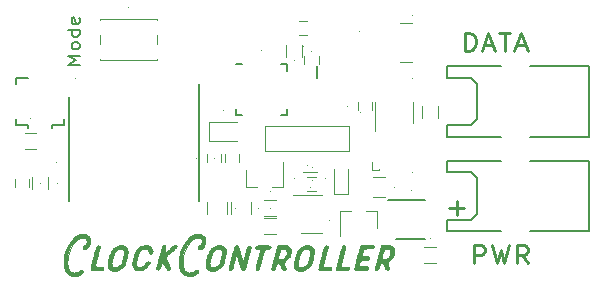
<source format=gto>
G04 #@! TF.GenerationSoftware,KiCad,Pcbnew,(2017-11-24 revision a01d81e4b)-makepkg*
G04 #@! TF.CreationDate,2018-02-25T20:08:33+10:30*
G04 #@! TF.ProjectId,ledGlasses,6C6564476C61737365732E6B69636164,rev?*
G04 #@! TF.SameCoordinates,PX5f5e100PY5f5e100*
G04 #@! TF.FileFunction,Legend,Top*
G04 #@! TF.FilePolarity,Positive*
%FSLAX46Y46*%
G04 Gerber Fmt 4.6, Leading zero omitted, Abs format (unit mm)*
G04 Created by KiCad (PCBNEW (2017-11-24 revision a01d81e4b)-makepkg) date 02/25/18 20:08:33*
%MOMM*%
%LPD*%
G01*
G04 APERTURE LIST*
%ADD10C,0.250000*%
%ADD11C,0.200000*%
%ADD12C,0.150000*%
%ADD13C,0.120000*%
%ADD14C,0.010000*%
%ADD15C,0.100000*%
G04 APERTURE END LIST*
D10*
X37652380Y-17007142D02*
X38947619Y-17007142D01*
X38300000Y-17578571D02*
X38300000Y-16435714D01*
D11*
X6352380Y-4900000D02*
X5352380Y-4900000D01*
X6066666Y-4500000D01*
X5352380Y-4100000D01*
X6352380Y-4100000D01*
X6352380Y-3357142D02*
X6304761Y-3471428D01*
X6257142Y-3528571D01*
X6161904Y-3585714D01*
X5876190Y-3585714D01*
X5780952Y-3528571D01*
X5733333Y-3471428D01*
X5685714Y-3357142D01*
X5685714Y-3185714D01*
X5733333Y-3071428D01*
X5780952Y-3014285D01*
X5876190Y-2957142D01*
X6161904Y-2957142D01*
X6257142Y-3014285D01*
X6304761Y-3071428D01*
X6352380Y-3185714D01*
X6352380Y-3357142D01*
X6352380Y-1928571D02*
X5352380Y-1928571D01*
X6304761Y-1928571D02*
X6352380Y-2042857D01*
X6352380Y-2271428D01*
X6304761Y-2385714D01*
X6257142Y-2442857D01*
X6161904Y-2500000D01*
X5876190Y-2500000D01*
X5780952Y-2442857D01*
X5733333Y-2385714D01*
X5685714Y-2271428D01*
X5685714Y-2042857D01*
X5733333Y-1928571D01*
X6304761Y-900000D02*
X6352380Y-1014285D01*
X6352380Y-1242857D01*
X6304761Y-1357142D01*
X6209523Y-1414285D01*
X5828571Y-1414285D01*
X5733333Y-1357142D01*
X5685714Y-1242857D01*
X5685714Y-1014285D01*
X5733333Y-900000D01*
X5828571Y-842857D01*
X5923809Y-842857D01*
X6019047Y-1414285D01*
D10*
X39733333Y-21678571D02*
X39733333Y-20178571D01*
X40380952Y-20178571D01*
X40542857Y-20250000D01*
X40623809Y-20321428D01*
X40704761Y-20464285D01*
X40704761Y-20678571D01*
X40623809Y-20821428D01*
X40542857Y-20892857D01*
X40380952Y-20964285D01*
X39733333Y-20964285D01*
X41271428Y-20178571D02*
X41676190Y-21678571D01*
X42000000Y-20607142D01*
X42323809Y-21678571D01*
X42728571Y-20178571D01*
X44347619Y-21678571D02*
X43780952Y-20964285D01*
X43376190Y-21678571D02*
X43376190Y-20178571D01*
X44023809Y-20178571D01*
X44185714Y-20250000D01*
X44266666Y-20321428D01*
X44347619Y-20464285D01*
X44347619Y-20678571D01*
X44266666Y-20821428D01*
X44185714Y-20892857D01*
X44023809Y-20964285D01*
X43376190Y-20964285D01*
X38950000Y-3678571D02*
X38950000Y-2178571D01*
X39354761Y-2178571D01*
X39597619Y-2250000D01*
X39759523Y-2392857D01*
X39840476Y-2535714D01*
X39921428Y-2821428D01*
X39921428Y-3035714D01*
X39840476Y-3321428D01*
X39759523Y-3464285D01*
X39597619Y-3607142D01*
X39354761Y-3678571D01*
X38950000Y-3678571D01*
X40569047Y-3250000D02*
X41378571Y-3250000D01*
X40407142Y-3678571D02*
X40973809Y-2178571D01*
X41540476Y-3678571D01*
X41864285Y-2178571D02*
X42835714Y-2178571D01*
X42350000Y-3678571D02*
X42350000Y-2178571D01*
X43321428Y-3250000D02*
X44130952Y-3250000D01*
X43159523Y-3678571D02*
X43726190Y-2178571D01*
X44292857Y-3678571D01*
D11*
X4000000Y-10000000D02*
X4000000Y-10250000D01*
X2000000Y-10000000D02*
X2000000Y-10250000D01*
X5000000Y-10000000D02*
X5000000Y-9500000D01*
X4000000Y-10000000D02*
X5000000Y-10000000D01*
X1000000Y-10000000D02*
X2000000Y-10000000D01*
X1000000Y-9500000D02*
X1000000Y-10000000D01*
X1000000Y-6000000D02*
X2000000Y-6000000D01*
X1000000Y-6500000D02*
X1000000Y-6000000D01*
D12*
X26500000Y-5000000D02*
X26500000Y-6000000D01*
X23900000Y-4850000D02*
X23375000Y-4850000D01*
X23900000Y-9150000D02*
X23375000Y-9150000D01*
X19600000Y-9150000D02*
X20125000Y-9150000D01*
X19600000Y-4850000D02*
X20125000Y-4850000D01*
X23900000Y-9150000D02*
X23900000Y-8625000D01*
X19600000Y-9150000D02*
X19600000Y-8625000D01*
X23900000Y-4850000D02*
X23900000Y-5375000D01*
D13*
X31580000Y-17240000D02*
X31580000Y-18700000D01*
X28420000Y-17240000D02*
X28420000Y-19400000D01*
X28420000Y-17240000D02*
X29350000Y-17240000D01*
X31580000Y-17240000D02*
X30650000Y-17240000D01*
D14*
G36*
X30645530Y-20140121D02*
X30730032Y-20140786D01*
X31190356Y-20144678D01*
X31227346Y-20186913D01*
X31256522Y-20241551D01*
X31260786Y-20302328D01*
X31241761Y-20358989D01*
X31201071Y-20401281D01*
X31192650Y-20406034D01*
X31165132Y-20412374D01*
X31110890Y-20418721D01*
X31036077Y-20424573D01*
X30946846Y-20429432D01*
X30869773Y-20432253D01*
X30735470Y-20436991D01*
X30629935Y-20443241D01*
X30549058Y-20452020D01*
X30488732Y-20464345D01*
X30444847Y-20481234D01*
X30413294Y-20503704D01*
X30389966Y-20532775D01*
X30378093Y-20554034D01*
X30358717Y-20601462D01*
X30336240Y-20669873D01*
X30313084Y-20750078D01*
X30291670Y-20832888D01*
X30274417Y-20909113D01*
X30263748Y-20969563D01*
X30261488Y-20996647D01*
X30265289Y-21028697D01*
X30279632Y-21052083D01*
X30308926Y-21068270D01*
X30357582Y-21078725D01*
X30430010Y-21084913D01*
X30530619Y-21088301D01*
X30537655Y-21088447D01*
X30628676Y-21091825D01*
X30704500Y-21097630D01*
X30758847Y-21105251D01*
X30782883Y-21112372D01*
X30815210Y-21145527D01*
X30838866Y-21198021D01*
X30849717Y-21256628D01*
X30843868Y-21307450D01*
X30819874Y-21347262D01*
X30783113Y-21384028D01*
X30782267Y-21384663D01*
X30760502Y-21398566D01*
X30734714Y-21408358D01*
X30698767Y-21414873D01*
X30646521Y-21418944D01*
X30571838Y-21421407D01*
X30502785Y-21422621D01*
X30416437Y-21423899D01*
X30340249Y-21425064D01*
X30281074Y-21426008D01*
X30245769Y-21426623D01*
X30240697Y-21426731D01*
X30211905Y-21437807D01*
X30172542Y-21464997D01*
X30154178Y-21480874D01*
X30111804Y-21533051D01*
X30076496Y-21600309D01*
X30050059Y-21675024D01*
X30034295Y-21749570D01*
X30031007Y-21816324D01*
X30041999Y-21867661D01*
X30057629Y-21889129D01*
X30088011Y-21900253D01*
X30150796Y-21910007D01*
X30246152Y-21918414D01*
X30333001Y-21923540D01*
X30449810Y-21929848D01*
X30538584Y-21935970D01*
X30604152Y-21942769D01*
X30651343Y-21951112D01*
X30684985Y-21961862D01*
X30709907Y-21975884D01*
X30730938Y-21994043D01*
X30731869Y-21994970D01*
X30764376Y-22048209D01*
X30770124Y-22109247D01*
X30750827Y-22169441D01*
X30708198Y-22220148D01*
X30683979Y-22236409D01*
X30659176Y-22241343D01*
X30606776Y-22245819D01*
X30532060Y-22249764D01*
X30440309Y-22253105D01*
X30336804Y-22255767D01*
X30226825Y-22257678D01*
X30115655Y-22258764D01*
X30008573Y-22258953D01*
X29910860Y-22258170D01*
X29827799Y-22256343D01*
X29764669Y-22253397D01*
X29728922Y-22249671D01*
X29684277Y-22230264D01*
X29650410Y-22199754D01*
X29639303Y-22183641D01*
X29632406Y-22166846D01*
X29630169Y-22144145D01*
X29633041Y-22110312D01*
X29641475Y-22060121D01*
X29655919Y-21988346D01*
X29676825Y-21889762D01*
X29677331Y-21887392D01*
X29701614Y-21779098D01*
X29729133Y-21665114D01*
X29757064Y-21556623D01*
X29782587Y-21464807D01*
X29791362Y-21435663D01*
X29839295Y-21277381D01*
X29886760Y-21112098D01*
X29935693Y-20932793D01*
X29988030Y-20732442D01*
X30021478Y-20600767D01*
X30047249Y-20502940D01*
X30073208Y-20412394D01*
X30097353Y-20335540D01*
X30117687Y-20278789D01*
X30130560Y-20251015D01*
X30151121Y-20219373D01*
X30171951Y-20194197D01*
X30196861Y-20174785D01*
X30229665Y-20160438D01*
X30274175Y-20150453D01*
X30334204Y-20144130D01*
X30413564Y-20140768D01*
X30516069Y-20139665D01*
X30645530Y-20140121D01*
X30645530Y-20140121D01*
G37*
X30645530Y-20140121D02*
X30730032Y-20140786D01*
X31190356Y-20144678D01*
X31227346Y-20186913D01*
X31256522Y-20241551D01*
X31260786Y-20302328D01*
X31241761Y-20358989D01*
X31201071Y-20401281D01*
X31192650Y-20406034D01*
X31165132Y-20412374D01*
X31110890Y-20418721D01*
X31036077Y-20424573D01*
X30946846Y-20429432D01*
X30869773Y-20432253D01*
X30735470Y-20436991D01*
X30629935Y-20443241D01*
X30549058Y-20452020D01*
X30488732Y-20464345D01*
X30444847Y-20481234D01*
X30413294Y-20503704D01*
X30389966Y-20532775D01*
X30378093Y-20554034D01*
X30358717Y-20601462D01*
X30336240Y-20669873D01*
X30313084Y-20750078D01*
X30291670Y-20832888D01*
X30274417Y-20909113D01*
X30263748Y-20969563D01*
X30261488Y-20996647D01*
X30265289Y-21028697D01*
X30279632Y-21052083D01*
X30308926Y-21068270D01*
X30357582Y-21078725D01*
X30430010Y-21084913D01*
X30530619Y-21088301D01*
X30537655Y-21088447D01*
X30628676Y-21091825D01*
X30704500Y-21097630D01*
X30758847Y-21105251D01*
X30782883Y-21112372D01*
X30815210Y-21145527D01*
X30838866Y-21198021D01*
X30849717Y-21256628D01*
X30843868Y-21307450D01*
X30819874Y-21347262D01*
X30783113Y-21384028D01*
X30782267Y-21384663D01*
X30760502Y-21398566D01*
X30734714Y-21408358D01*
X30698767Y-21414873D01*
X30646521Y-21418944D01*
X30571838Y-21421407D01*
X30502785Y-21422621D01*
X30416437Y-21423899D01*
X30340249Y-21425064D01*
X30281074Y-21426008D01*
X30245769Y-21426623D01*
X30240697Y-21426731D01*
X30211905Y-21437807D01*
X30172542Y-21464997D01*
X30154178Y-21480874D01*
X30111804Y-21533051D01*
X30076496Y-21600309D01*
X30050059Y-21675024D01*
X30034295Y-21749570D01*
X30031007Y-21816324D01*
X30041999Y-21867661D01*
X30057629Y-21889129D01*
X30088011Y-21900253D01*
X30150796Y-21910007D01*
X30246152Y-21918414D01*
X30333001Y-21923540D01*
X30449810Y-21929848D01*
X30538584Y-21935970D01*
X30604152Y-21942769D01*
X30651343Y-21951112D01*
X30684985Y-21961862D01*
X30709907Y-21975884D01*
X30730938Y-21994043D01*
X30731869Y-21994970D01*
X30764376Y-22048209D01*
X30770124Y-22109247D01*
X30750827Y-22169441D01*
X30708198Y-22220148D01*
X30683979Y-22236409D01*
X30659176Y-22241343D01*
X30606776Y-22245819D01*
X30532060Y-22249764D01*
X30440309Y-22253105D01*
X30336804Y-22255767D01*
X30226825Y-22257678D01*
X30115655Y-22258764D01*
X30008573Y-22258953D01*
X29910860Y-22258170D01*
X29827799Y-22256343D01*
X29764669Y-22253397D01*
X29728922Y-22249671D01*
X29684277Y-22230264D01*
X29650410Y-22199754D01*
X29639303Y-22183641D01*
X29632406Y-22166846D01*
X29630169Y-22144145D01*
X29633041Y-22110312D01*
X29641475Y-22060121D01*
X29655919Y-21988346D01*
X29676825Y-21889762D01*
X29677331Y-21887392D01*
X29701614Y-21779098D01*
X29729133Y-21665114D01*
X29757064Y-21556623D01*
X29782587Y-21464807D01*
X29791362Y-21435663D01*
X29839295Y-21277381D01*
X29886760Y-21112098D01*
X29935693Y-20932793D01*
X29988030Y-20732442D01*
X30021478Y-20600767D01*
X30047249Y-20502940D01*
X30073208Y-20412394D01*
X30097353Y-20335540D01*
X30117687Y-20278789D01*
X30130560Y-20251015D01*
X30151121Y-20219373D01*
X30171951Y-20194197D01*
X30196861Y-20174785D01*
X30229665Y-20160438D01*
X30274175Y-20150453D01*
X30334204Y-20144130D01*
X30413564Y-20140768D01*
X30516069Y-20139665D01*
X30645530Y-20140121D01*
G36*
X14487985Y-20157081D02*
X14531044Y-20175104D01*
X14535118Y-20178958D01*
X14555078Y-20201905D01*
X14566372Y-20223330D01*
X14566857Y-20246540D01*
X14554393Y-20274846D01*
X14526837Y-20311556D01*
X14482048Y-20359980D01*
X14417882Y-20423425D01*
X14332199Y-20505202D01*
X14310867Y-20525396D01*
X14220790Y-20610302D01*
X14127095Y-20698074D01*
X14036423Y-20782528D01*
X13955414Y-20857480D01*
X13890711Y-20916749D01*
X13883825Y-20922995D01*
X13794977Y-21006451D01*
X13730302Y-21074808D01*
X13687046Y-21131844D01*
X13662461Y-21181336D01*
X13653794Y-21227059D01*
X13653808Y-21238775D01*
X13662040Y-21270874D01*
X13684526Y-21329080D01*
X13719994Y-21410522D01*
X13767171Y-21512323D01*
X13824783Y-21631611D01*
X13853678Y-21690035D01*
X13906078Y-21796149D01*
X13953266Y-21893380D01*
X13993324Y-21977638D01*
X14024332Y-22044832D01*
X14044370Y-22090872D01*
X14051521Y-22111668D01*
X14051521Y-22111698D01*
X14037608Y-22163695D01*
X14002491Y-22212833D01*
X13956101Y-22245689D01*
X13950926Y-22247667D01*
X13914931Y-22259766D01*
X13890062Y-22263480D01*
X13862666Y-22258159D01*
X13819088Y-22243151D01*
X13813356Y-22241107D01*
X13766455Y-22219422D01*
X13731318Y-22194523D01*
X13725822Y-22188398D01*
X13688719Y-22132761D01*
X13640724Y-22051146D01*
X13584111Y-21947709D01*
X13521152Y-21826602D01*
X13454232Y-21692206D01*
X13418623Y-21650583D01*
X13370378Y-21636124D01*
X13327311Y-21646726D01*
X13300483Y-21670229D01*
X13277290Y-21715190D01*
X13258518Y-21772728D01*
X13218854Y-21904164D01*
X13180291Y-22015968D01*
X13144125Y-22104938D01*
X13111652Y-22167873D01*
X13085343Y-22200677D01*
X13027514Y-22227582D01*
X12962925Y-22229486D01*
X12904719Y-22206327D01*
X12898423Y-22201567D01*
X12882047Y-22184538D01*
X12870478Y-22161928D01*
X12864166Y-22131179D01*
X12863563Y-22089729D01*
X12869119Y-22035019D01*
X12881284Y-21964490D01*
X12900510Y-21875582D01*
X12927247Y-21765735D01*
X12961946Y-21632388D01*
X13005058Y-21472983D01*
X13057032Y-21284959D01*
X13064573Y-21257888D01*
X13094677Y-21150926D01*
X13123565Y-21050193D01*
X13149501Y-20961594D01*
X13170751Y-20891030D01*
X13185580Y-20844406D01*
X13188653Y-20835598D01*
X13203244Y-20789871D01*
X13222450Y-20721658D01*
X13243664Y-20640551D01*
X13262350Y-20564336D01*
X13290170Y-20450828D01*
X13313862Y-20364736D01*
X13335297Y-20301149D01*
X13356344Y-20255154D01*
X13378872Y-20221840D01*
X13401296Y-20199205D01*
X13455415Y-20169583D01*
X13515430Y-20162258D01*
X13569545Y-20177636D01*
X13589458Y-20192695D01*
X13618495Y-20235714D01*
X13631435Y-20293336D01*
X13628387Y-20369773D01*
X13609460Y-20469236D01*
X13597842Y-20515016D01*
X13571995Y-20616112D01*
X13556094Y-20693091D01*
X13551826Y-20746135D01*
X13560875Y-20775423D01*
X13584929Y-20781137D01*
X13625673Y-20763456D01*
X13684795Y-20722561D01*
X13763979Y-20658632D01*
X13864911Y-20571850D01*
X13893668Y-20546669D01*
X13975094Y-20474533D01*
X14049104Y-20407700D01*
X14111740Y-20349844D01*
X14159047Y-20304641D01*
X14187067Y-20275766D01*
X14192064Y-20269496D01*
X14233164Y-20227619D01*
X14291956Y-20193156D01*
X14359790Y-20168390D01*
X14428017Y-20155604D01*
X14487985Y-20157081D01*
X14487985Y-20157081D01*
G37*
X14487985Y-20157081D02*
X14531044Y-20175104D01*
X14535118Y-20178958D01*
X14555078Y-20201905D01*
X14566372Y-20223330D01*
X14566857Y-20246540D01*
X14554393Y-20274846D01*
X14526837Y-20311556D01*
X14482048Y-20359980D01*
X14417882Y-20423425D01*
X14332199Y-20505202D01*
X14310867Y-20525396D01*
X14220790Y-20610302D01*
X14127095Y-20698074D01*
X14036423Y-20782528D01*
X13955414Y-20857480D01*
X13890711Y-20916749D01*
X13883825Y-20922995D01*
X13794977Y-21006451D01*
X13730302Y-21074808D01*
X13687046Y-21131844D01*
X13662461Y-21181336D01*
X13653794Y-21227059D01*
X13653808Y-21238775D01*
X13662040Y-21270874D01*
X13684526Y-21329080D01*
X13719994Y-21410522D01*
X13767171Y-21512323D01*
X13824783Y-21631611D01*
X13853678Y-21690035D01*
X13906078Y-21796149D01*
X13953266Y-21893380D01*
X13993324Y-21977638D01*
X14024332Y-22044832D01*
X14044370Y-22090872D01*
X14051521Y-22111668D01*
X14051521Y-22111698D01*
X14037608Y-22163695D01*
X14002491Y-22212833D01*
X13956101Y-22245689D01*
X13950926Y-22247667D01*
X13914931Y-22259766D01*
X13890062Y-22263480D01*
X13862666Y-22258159D01*
X13819088Y-22243151D01*
X13813356Y-22241107D01*
X13766455Y-22219422D01*
X13731318Y-22194523D01*
X13725822Y-22188398D01*
X13688719Y-22132761D01*
X13640724Y-22051146D01*
X13584111Y-21947709D01*
X13521152Y-21826602D01*
X13454232Y-21692206D01*
X13418623Y-21650583D01*
X13370378Y-21636124D01*
X13327311Y-21646726D01*
X13300483Y-21670229D01*
X13277290Y-21715190D01*
X13258518Y-21772728D01*
X13218854Y-21904164D01*
X13180291Y-22015968D01*
X13144125Y-22104938D01*
X13111652Y-22167873D01*
X13085343Y-22200677D01*
X13027514Y-22227582D01*
X12962925Y-22229486D01*
X12904719Y-22206327D01*
X12898423Y-22201567D01*
X12882047Y-22184538D01*
X12870478Y-22161928D01*
X12864166Y-22131179D01*
X12863563Y-22089729D01*
X12869119Y-22035019D01*
X12881284Y-21964490D01*
X12900510Y-21875582D01*
X12927247Y-21765735D01*
X12961946Y-21632388D01*
X13005058Y-21472983D01*
X13057032Y-21284959D01*
X13064573Y-21257888D01*
X13094677Y-21150926D01*
X13123565Y-21050193D01*
X13149501Y-20961594D01*
X13170751Y-20891030D01*
X13185580Y-20844406D01*
X13188653Y-20835598D01*
X13203244Y-20789871D01*
X13222450Y-20721658D01*
X13243664Y-20640551D01*
X13262350Y-20564336D01*
X13290170Y-20450828D01*
X13313862Y-20364736D01*
X13335297Y-20301149D01*
X13356344Y-20255154D01*
X13378872Y-20221840D01*
X13401296Y-20199205D01*
X13455415Y-20169583D01*
X13515430Y-20162258D01*
X13569545Y-20177636D01*
X13589458Y-20192695D01*
X13618495Y-20235714D01*
X13631435Y-20293336D01*
X13628387Y-20369773D01*
X13609460Y-20469236D01*
X13597842Y-20515016D01*
X13571995Y-20616112D01*
X13556094Y-20693091D01*
X13551826Y-20746135D01*
X13560875Y-20775423D01*
X13584929Y-20781137D01*
X13625673Y-20763456D01*
X13684795Y-20722561D01*
X13763979Y-20658632D01*
X13864911Y-20571850D01*
X13893668Y-20546669D01*
X13975094Y-20474533D01*
X14049104Y-20407700D01*
X14111740Y-20349844D01*
X14159047Y-20304641D01*
X14187067Y-20275766D01*
X14192064Y-20269496D01*
X14233164Y-20227619D01*
X14291956Y-20193156D01*
X14359790Y-20168390D01*
X14428017Y-20155604D01*
X14487985Y-20157081D01*
G36*
X32280909Y-20141830D02*
X32300065Y-20142148D01*
X32408768Y-20144288D01*
X32490532Y-20146891D01*
X32551297Y-20150664D01*
X32597003Y-20156313D01*
X32633589Y-20164545D01*
X32666995Y-20176066D01*
X32698696Y-20189584D01*
X32785676Y-20241175D01*
X32866791Y-20312041D01*
X32930706Y-20391687D01*
X32946713Y-20419303D01*
X32981431Y-20516277D01*
X32998148Y-20633156D01*
X32996732Y-20762245D01*
X32977051Y-20895846D01*
X32956306Y-20975340D01*
X32929636Y-21049385D01*
X32895204Y-21118842D01*
X32849606Y-21188057D01*
X32789437Y-21261376D01*
X32711291Y-21343146D01*
X32611765Y-21437713D01*
X32550638Y-21493204D01*
X32494239Y-21545289D01*
X32458783Y-21582925D01*
X32439670Y-21612365D01*
X32432301Y-21639862D01*
X32431582Y-21655075D01*
X32439040Y-21720234D01*
X32459389Y-21803603D01*
X32489603Y-21894622D01*
X32523703Y-21976454D01*
X32556679Y-22069980D01*
X32561453Y-22147870D01*
X32538109Y-22209576D01*
X32486729Y-22254550D01*
X32481235Y-22257499D01*
X32441131Y-22276351D01*
X32412495Y-22279786D01*
X32378799Y-22267786D01*
X32357605Y-22257357D01*
X32291211Y-22209426D01*
X32230648Y-22139408D01*
X32184731Y-22057959D01*
X32177468Y-22039560D01*
X32134538Y-21923107D01*
X32099412Y-21834216D01*
X32069606Y-21769219D01*
X32042640Y-21724448D01*
X32016030Y-21696235D01*
X31987296Y-21680910D01*
X31953955Y-21674807D01*
X31930162Y-21674045D01*
X31866409Y-21685628D01*
X31815910Y-21722862D01*
X31777489Y-21781218D01*
X31758270Y-21826404D01*
X31735338Y-21891199D01*
X31712638Y-21963235D01*
X31694113Y-22030143D01*
X31685058Y-22071050D01*
X31655228Y-22150408D01*
X31599802Y-22215017D01*
X31559624Y-22241558D01*
X31498011Y-22263324D01*
X31446626Y-22256492D01*
X31401226Y-22223433D01*
X31377135Y-22195871D01*
X31366084Y-22168284D01*
X31365222Y-22128630D01*
X31369090Y-22087802D01*
X31377884Y-22036034D01*
X31394384Y-21962441D01*
X31416293Y-21876518D01*
X31441312Y-21787762D01*
X31443354Y-21780906D01*
X31473466Y-21677398D01*
X31505770Y-21561666D01*
X31536019Y-21449158D01*
X31556370Y-21369903D01*
X31584911Y-21256227D01*
X31933658Y-21256227D01*
X31936284Y-21304362D01*
X31940303Y-21315953D01*
X31952059Y-21332247D01*
X31970630Y-21341475D01*
X32003483Y-21344906D01*
X32058088Y-21343810D01*
X32093868Y-21342068D01*
X32179221Y-21334514D01*
X32246695Y-21319957D01*
X32311101Y-21294929D01*
X32326504Y-21287588D01*
X32436073Y-21217841D01*
X32530442Y-21125933D01*
X32604933Y-21018305D01*
X32654869Y-20901398D01*
X32673588Y-20809655D01*
X32676266Y-20751432D01*
X32668030Y-20702459D01*
X32645619Y-20646362D01*
X32637870Y-20630226D01*
X32602031Y-20568006D01*
X32560329Y-20524014D01*
X32508224Y-20489089D01*
X32457832Y-20461998D01*
X32415615Y-20447852D01*
X32367256Y-20443460D01*
X32310469Y-20445022D01*
X32248185Y-20449508D01*
X32208091Y-20457955D01*
X32179498Y-20474148D01*
X32152570Y-20500913D01*
X32124850Y-20543728D01*
X32094447Y-20610381D01*
X32062875Y-20695060D01*
X32031647Y-20791953D01*
X32002279Y-20895249D01*
X31976282Y-20999136D01*
X31955170Y-21097802D01*
X31940458Y-21185436D01*
X31933658Y-21256227D01*
X31584911Y-21256227D01*
X31596780Y-21208957D01*
X31637514Y-21049521D01*
X31677659Y-20894959D01*
X31716300Y-20748637D01*
X31752523Y-20613918D01*
X31785414Y-20494167D01*
X31814058Y-20392748D01*
X31837543Y-20313025D01*
X31854952Y-20258365D01*
X31865374Y-20232129D01*
X31865602Y-20231766D01*
X31889240Y-20200304D01*
X31916980Y-20176655D01*
X31953498Y-20159854D01*
X32003472Y-20148936D01*
X32071580Y-20142936D01*
X32162500Y-20140889D01*
X32280909Y-20141830D01*
X32280909Y-20141830D01*
G37*
X32280909Y-20141830D02*
X32300065Y-20142148D01*
X32408768Y-20144288D01*
X32490532Y-20146891D01*
X32551297Y-20150664D01*
X32597003Y-20156313D01*
X32633589Y-20164545D01*
X32666995Y-20176066D01*
X32698696Y-20189584D01*
X32785676Y-20241175D01*
X32866791Y-20312041D01*
X32930706Y-20391687D01*
X32946713Y-20419303D01*
X32981431Y-20516277D01*
X32998148Y-20633156D01*
X32996732Y-20762245D01*
X32977051Y-20895846D01*
X32956306Y-20975340D01*
X32929636Y-21049385D01*
X32895204Y-21118842D01*
X32849606Y-21188057D01*
X32789437Y-21261376D01*
X32711291Y-21343146D01*
X32611765Y-21437713D01*
X32550638Y-21493204D01*
X32494239Y-21545289D01*
X32458783Y-21582925D01*
X32439670Y-21612365D01*
X32432301Y-21639862D01*
X32431582Y-21655075D01*
X32439040Y-21720234D01*
X32459389Y-21803603D01*
X32489603Y-21894622D01*
X32523703Y-21976454D01*
X32556679Y-22069980D01*
X32561453Y-22147870D01*
X32538109Y-22209576D01*
X32486729Y-22254550D01*
X32481235Y-22257499D01*
X32441131Y-22276351D01*
X32412495Y-22279786D01*
X32378799Y-22267786D01*
X32357605Y-22257357D01*
X32291211Y-22209426D01*
X32230648Y-22139408D01*
X32184731Y-22057959D01*
X32177468Y-22039560D01*
X32134538Y-21923107D01*
X32099412Y-21834216D01*
X32069606Y-21769219D01*
X32042640Y-21724448D01*
X32016030Y-21696235D01*
X31987296Y-21680910D01*
X31953955Y-21674807D01*
X31930162Y-21674045D01*
X31866409Y-21685628D01*
X31815910Y-21722862D01*
X31777489Y-21781218D01*
X31758270Y-21826404D01*
X31735338Y-21891199D01*
X31712638Y-21963235D01*
X31694113Y-22030143D01*
X31685058Y-22071050D01*
X31655228Y-22150408D01*
X31599802Y-22215017D01*
X31559624Y-22241558D01*
X31498011Y-22263324D01*
X31446626Y-22256492D01*
X31401226Y-22223433D01*
X31377135Y-22195871D01*
X31366084Y-22168284D01*
X31365222Y-22128630D01*
X31369090Y-22087802D01*
X31377884Y-22036034D01*
X31394384Y-21962441D01*
X31416293Y-21876518D01*
X31441312Y-21787762D01*
X31443354Y-21780906D01*
X31473466Y-21677398D01*
X31505770Y-21561666D01*
X31536019Y-21449158D01*
X31556370Y-21369903D01*
X31584911Y-21256227D01*
X31933658Y-21256227D01*
X31936284Y-21304362D01*
X31940303Y-21315953D01*
X31952059Y-21332247D01*
X31970630Y-21341475D01*
X32003483Y-21344906D01*
X32058088Y-21343810D01*
X32093868Y-21342068D01*
X32179221Y-21334514D01*
X32246695Y-21319957D01*
X32311101Y-21294929D01*
X32326504Y-21287588D01*
X32436073Y-21217841D01*
X32530442Y-21125933D01*
X32604933Y-21018305D01*
X32654869Y-20901398D01*
X32673588Y-20809655D01*
X32676266Y-20751432D01*
X32668030Y-20702459D01*
X32645619Y-20646362D01*
X32637870Y-20630226D01*
X32602031Y-20568006D01*
X32560329Y-20524014D01*
X32508224Y-20489089D01*
X32457832Y-20461998D01*
X32415615Y-20447852D01*
X32367256Y-20443460D01*
X32310469Y-20445022D01*
X32248185Y-20449508D01*
X32208091Y-20457955D01*
X32179498Y-20474148D01*
X32152570Y-20500913D01*
X32124850Y-20543728D01*
X32094447Y-20610381D01*
X32062875Y-20695060D01*
X32031647Y-20791953D01*
X32002279Y-20895249D01*
X31976282Y-20999136D01*
X31955170Y-21097802D01*
X31940458Y-21185436D01*
X31933658Y-21256227D01*
X31584911Y-21256227D01*
X31596780Y-21208957D01*
X31637514Y-21049521D01*
X31677659Y-20894959D01*
X31716300Y-20748637D01*
X31752523Y-20613918D01*
X31785414Y-20494167D01*
X31814058Y-20392748D01*
X31837543Y-20313025D01*
X31854952Y-20258365D01*
X31865374Y-20232129D01*
X31865602Y-20231766D01*
X31889240Y-20200304D01*
X31916980Y-20176655D01*
X31953498Y-20159854D01*
X32003472Y-20148936D01*
X32071580Y-20142936D01*
X32162500Y-20140889D01*
X32280909Y-20141830D01*
G36*
X23518320Y-20141830D02*
X23537476Y-20142148D01*
X23646179Y-20144288D01*
X23727943Y-20146891D01*
X23788708Y-20150664D01*
X23834414Y-20156313D01*
X23871000Y-20164545D01*
X23904406Y-20176066D01*
X23936107Y-20189584D01*
X24023087Y-20241175D01*
X24104202Y-20312041D01*
X24168117Y-20391687D01*
X24184124Y-20419303D01*
X24218842Y-20516277D01*
X24235559Y-20633156D01*
X24234143Y-20762245D01*
X24214462Y-20895846D01*
X24193717Y-20975340D01*
X24167047Y-21049385D01*
X24132615Y-21118842D01*
X24087017Y-21188057D01*
X24026848Y-21261376D01*
X23948702Y-21343146D01*
X23849176Y-21437713D01*
X23788049Y-21493204D01*
X23731650Y-21545289D01*
X23696194Y-21582925D01*
X23677081Y-21612365D01*
X23669712Y-21639862D01*
X23668993Y-21655075D01*
X23676451Y-21720234D01*
X23696800Y-21803603D01*
X23727014Y-21894622D01*
X23761114Y-21976454D01*
X23794090Y-22069980D01*
X23798864Y-22147870D01*
X23775520Y-22209576D01*
X23724140Y-22254550D01*
X23718646Y-22257499D01*
X23678542Y-22276351D01*
X23649906Y-22279786D01*
X23616210Y-22267786D01*
X23595016Y-22257357D01*
X23528622Y-22209426D01*
X23468059Y-22139408D01*
X23422142Y-22057959D01*
X23414879Y-22039560D01*
X23371949Y-21923107D01*
X23336823Y-21834216D01*
X23307017Y-21769219D01*
X23280051Y-21724448D01*
X23253441Y-21696235D01*
X23224707Y-21680910D01*
X23191366Y-21674807D01*
X23167573Y-21674045D01*
X23103820Y-21685628D01*
X23053321Y-21722862D01*
X23014900Y-21781218D01*
X22995681Y-21826404D01*
X22972749Y-21891199D01*
X22950049Y-21963235D01*
X22931524Y-22030143D01*
X22922469Y-22071050D01*
X22892639Y-22150408D01*
X22837213Y-22215017D01*
X22797035Y-22241558D01*
X22735422Y-22263324D01*
X22684037Y-22256492D01*
X22638637Y-22223433D01*
X22614546Y-22195871D01*
X22603495Y-22168284D01*
X22602633Y-22128630D01*
X22606501Y-22087802D01*
X22615295Y-22036034D01*
X22631795Y-21962441D01*
X22653704Y-21876518D01*
X22678723Y-21787762D01*
X22680765Y-21780906D01*
X22710877Y-21677398D01*
X22743181Y-21561666D01*
X22773430Y-21449158D01*
X22793781Y-21369903D01*
X22822322Y-21256227D01*
X23171069Y-21256227D01*
X23173695Y-21304362D01*
X23177714Y-21315953D01*
X23189470Y-21332247D01*
X23208041Y-21341475D01*
X23240894Y-21344906D01*
X23295499Y-21343810D01*
X23331279Y-21342068D01*
X23416632Y-21334514D01*
X23484106Y-21319957D01*
X23548512Y-21294929D01*
X23563915Y-21287588D01*
X23673484Y-21217841D01*
X23767853Y-21125933D01*
X23842344Y-21018305D01*
X23892280Y-20901398D01*
X23910999Y-20809655D01*
X23913677Y-20751432D01*
X23905441Y-20702459D01*
X23883030Y-20646362D01*
X23875281Y-20630226D01*
X23839442Y-20568006D01*
X23797740Y-20524014D01*
X23745635Y-20489089D01*
X23695243Y-20461998D01*
X23653026Y-20447852D01*
X23604667Y-20443460D01*
X23547880Y-20445022D01*
X23485596Y-20449508D01*
X23445502Y-20457955D01*
X23416909Y-20474148D01*
X23389981Y-20500913D01*
X23362261Y-20543728D01*
X23331858Y-20610381D01*
X23300286Y-20695060D01*
X23269058Y-20791953D01*
X23239690Y-20895249D01*
X23213693Y-20999136D01*
X23192581Y-21097802D01*
X23177869Y-21185436D01*
X23171069Y-21256227D01*
X22822322Y-21256227D01*
X22834191Y-21208957D01*
X22874925Y-21049521D01*
X22915070Y-20894959D01*
X22953711Y-20748637D01*
X22989934Y-20613918D01*
X23022825Y-20494167D01*
X23051469Y-20392748D01*
X23074954Y-20313025D01*
X23092363Y-20258365D01*
X23102785Y-20232129D01*
X23103013Y-20231766D01*
X23126651Y-20200304D01*
X23154391Y-20176655D01*
X23190909Y-20159854D01*
X23240883Y-20148936D01*
X23308991Y-20142936D01*
X23399911Y-20140889D01*
X23518320Y-20141830D01*
X23518320Y-20141830D01*
G37*
X23518320Y-20141830D02*
X23537476Y-20142148D01*
X23646179Y-20144288D01*
X23727943Y-20146891D01*
X23788708Y-20150664D01*
X23834414Y-20156313D01*
X23871000Y-20164545D01*
X23904406Y-20176066D01*
X23936107Y-20189584D01*
X24023087Y-20241175D01*
X24104202Y-20312041D01*
X24168117Y-20391687D01*
X24184124Y-20419303D01*
X24218842Y-20516277D01*
X24235559Y-20633156D01*
X24234143Y-20762245D01*
X24214462Y-20895846D01*
X24193717Y-20975340D01*
X24167047Y-21049385D01*
X24132615Y-21118842D01*
X24087017Y-21188057D01*
X24026848Y-21261376D01*
X23948702Y-21343146D01*
X23849176Y-21437713D01*
X23788049Y-21493204D01*
X23731650Y-21545289D01*
X23696194Y-21582925D01*
X23677081Y-21612365D01*
X23669712Y-21639862D01*
X23668993Y-21655075D01*
X23676451Y-21720234D01*
X23696800Y-21803603D01*
X23727014Y-21894622D01*
X23761114Y-21976454D01*
X23794090Y-22069980D01*
X23798864Y-22147870D01*
X23775520Y-22209576D01*
X23724140Y-22254550D01*
X23718646Y-22257499D01*
X23678542Y-22276351D01*
X23649906Y-22279786D01*
X23616210Y-22267786D01*
X23595016Y-22257357D01*
X23528622Y-22209426D01*
X23468059Y-22139408D01*
X23422142Y-22057959D01*
X23414879Y-22039560D01*
X23371949Y-21923107D01*
X23336823Y-21834216D01*
X23307017Y-21769219D01*
X23280051Y-21724448D01*
X23253441Y-21696235D01*
X23224707Y-21680910D01*
X23191366Y-21674807D01*
X23167573Y-21674045D01*
X23103820Y-21685628D01*
X23053321Y-21722862D01*
X23014900Y-21781218D01*
X22995681Y-21826404D01*
X22972749Y-21891199D01*
X22950049Y-21963235D01*
X22931524Y-22030143D01*
X22922469Y-22071050D01*
X22892639Y-22150408D01*
X22837213Y-22215017D01*
X22797035Y-22241558D01*
X22735422Y-22263324D01*
X22684037Y-22256492D01*
X22638637Y-22223433D01*
X22614546Y-22195871D01*
X22603495Y-22168284D01*
X22602633Y-22128630D01*
X22606501Y-22087802D01*
X22615295Y-22036034D01*
X22631795Y-21962441D01*
X22653704Y-21876518D01*
X22678723Y-21787762D01*
X22680765Y-21780906D01*
X22710877Y-21677398D01*
X22743181Y-21561666D01*
X22773430Y-21449158D01*
X22793781Y-21369903D01*
X22822322Y-21256227D01*
X23171069Y-21256227D01*
X23173695Y-21304362D01*
X23177714Y-21315953D01*
X23189470Y-21332247D01*
X23208041Y-21341475D01*
X23240894Y-21344906D01*
X23295499Y-21343810D01*
X23331279Y-21342068D01*
X23416632Y-21334514D01*
X23484106Y-21319957D01*
X23548512Y-21294929D01*
X23563915Y-21287588D01*
X23673484Y-21217841D01*
X23767853Y-21125933D01*
X23842344Y-21018305D01*
X23892280Y-20901398D01*
X23910999Y-20809655D01*
X23913677Y-20751432D01*
X23905441Y-20702459D01*
X23883030Y-20646362D01*
X23875281Y-20630226D01*
X23839442Y-20568006D01*
X23797740Y-20524014D01*
X23745635Y-20489089D01*
X23695243Y-20461998D01*
X23653026Y-20447852D01*
X23604667Y-20443460D01*
X23547880Y-20445022D01*
X23485596Y-20449508D01*
X23445502Y-20457955D01*
X23416909Y-20474148D01*
X23389981Y-20500913D01*
X23362261Y-20543728D01*
X23331858Y-20610381D01*
X23300286Y-20695060D01*
X23269058Y-20791953D01*
X23239690Y-20895249D01*
X23213693Y-20999136D01*
X23192581Y-21097802D01*
X23177869Y-21185436D01*
X23171069Y-21256227D01*
X22822322Y-21256227D01*
X22834191Y-21208957D01*
X22874925Y-21049521D01*
X22915070Y-20894959D01*
X22953711Y-20748637D01*
X22989934Y-20613918D01*
X23022825Y-20494167D01*
X23051469Y-20392748D01*
X23074954Y-20313025D01*
X23092363Y-20258365D01*
X23102785Y-20232129D01*
X23103013Y-20231766D01*
X23126651Y-20200304D01*
X23154391Y-20176655D01*
X23190909Y-20159854D01*
X23240883Y-20148936D01*
X23308991Y-20142936D01*
X23399911Y-20140889D01*
X23518320Y-20141830D01*
G36*
X21964494Y-20171503D02*
X22055232Y-20173388D01*
X22191742Y-20177046D01*
X22298921Y-20181120D01*
X22380314Y-20186621D01*
X22439466Y-20194563D01*
X22479921Y-20205957D01*
X22505223Y-20221817D01*
X22518918Y-20243154D01*
X22524548Y-20270981D01*
X22525660Y-20306311D01*
X22525660Y-20307759D01*
X22519695Y-20363726D01*
X22498997Y-20405707D01*
X22459362Y-20436581D01*
X22396588Y-20459231D01*
X22306470Y-20476536D01*
X22272522Y-20481240D01*
X22178089Y-20495924D01*
X22109176Y-20513632D01*
X22058420Y-20537622D01*
X22018461Y-20571154D01*
X21989747Y-20606452D01*
X21977268Y-20633395D01*
X21957820Y-20687591D01*
X21932742Y-20764482D01*
X21903374Y-20859508D01*
X21871054Y-20968110D01*
X21837124Y-21085729D01*
X21802921Y-21207806D01*
X21769785Y-21329781D01*
X21739057Y-21447095D01*
X21717161Y-21534304D01*
X21693567Y-21624863D01*
X21665740Y-21723263D01*
X21638544Y-21812516D01*
X21630076Y-21838446D01*
X21607230Y-21910480D01*
X21587651Y-21979021D01*
X21574688Y-22032132D01*
X21572573Y-22043380D01*
X21546569Y-22134651D01*
X21499313Y-22206778D01*
X21465348Y-22239271D01*
X21414967Y-22272942D01*
X21370607Y-22279640D01*
X21326278Y-22263346D01*
X21291259Y-22240422D01*
X21268088Y-22213273D01*
X21256408Y-22176960D01*
X21255865Y-22126542D01*
X21266102Y-22057079D01*
X21286765Y-21963629D01*
X21300645Y-21907355D01*
X21325372Y-21807165D01*
X21352372Y-21694753D01*
X21377585Y-21587144D01*
X21389931Y-21533012D01*
X21410374Y-21447374D01*
X21432736Y-21362211D01*
X21453799Y-21289412D01*
X21465562Y-21253530D01*
X21484907Y-21193738D01*
X21507352Y-21115596D01*
X21531422Y-21025306D01*
X21555641Y-20929068D01*
X21578532Y-20833083D01*
X21598619Y-20743551D01*
X21614428Y-20666674D01*
X21624480Y-20608652D01*
X21627302Y-20575685D01*
X21627194Y-20574507D01*
X21618415Y-20549189D01*
X21595573Y-20528637D01*
X21554049Y-20510903D01*
X21489222Y-20494036D01*
X21396470Y-20476089D01*
X21392039Y-20475308D01*
X21311736Y-20452857D01*
X21260835Y-20418212D01*
X21237705Y-20370040D01*
X21235857Y-20347977D01*
X21245572Y-20296285D01*
X21269914Y-20245567D01*
X21301679Y-20209341D01*
X21313340Y-20202537D01*
X21358706Y-20191259D01*
X21433648Y-20182254D01*
X21534932Y-20175649D01*
X21659323Y-20171571D01*
X21803589Y-20170146D01*
X21964494Y-20171503D01*
X21964494Y-20171503D01*
G37*
X21964494Y-20171503D02*
X22055232Y-20173388D01*
X22191742Y-20177046D01*
X22298921Y-20181120D01*
X22380314Y-20186621D01*
X22439466Y-20194563D01*
X22479921Y-20205957D01*
X22505223Y-20221817D01*
X22518918Y-20243154D01*
X22524548Y-20270981D01*
X22525660Y-20306311D01*
X22525660Y-20307759D01*
X22519695Y-20363726D01*
X22498997Y-20405707D01*
X22459362Y-20436581D01*
X22396588Y-20459231D01*
X22306470Y-20476536D01*
X22272522Y-20481240D01*
X22178089Y-20495924D01*
X22109176Y-20513632D01*
X22058420Y-20537622D01*
X22018461Y-20571154D01*
X21989747Y-20606452D01*
X21977268Y-20633395D01*
X21957820Y-20687591D01*
X21932742Y-20764482D01*
X21903374Y-20859508D01*
X21871054Y-20968110D01*
X21837124Y-21085729D01*
X21802921Y-21207806D01*
X21769785Y-21329781D01*
X21739057Y-21447095D01*
X21717161Y-21534304D01*
X21693567Y-21624863D01*
X21665740Y-21723263D01*
X21638544Y-21812516D01*
X21630076Y-21838446D01*
X21607230Y-21910480D01*
X21587651Y-21979021D01*
X21574688Y-22032132D01*
X21572573Y-22043380D01*
X21546569Y-22134651D01*
X21499313Y-22206778D01*
X21465348Y-22239271D01*
X21414967Y-22272942D01*
X21370607Y-22279640D01*
X21326278Y-22263346D01*
X21291259Y-22240422D01*
X21268088Y-22213273D01*
X21256408Y-22176960D01*
X21255865Y-22126542D01*
X21266102Y-22057079D01*
X21286765Y-21963629D01*
X21300645Y-21907355D01*
X21325372Y-21807165D01*
X21352372Y-21694753D01*
X21377585Y-21587144D01*
X21389931Y-21533012D01*
X21410374Y-21447374D01*
X21432736Y-21362211D01*
X21453799Y-21289412D01*
X21465562Y-21253530D01*
X21484907Y-21193738D01*
X21507352Y-21115596D01*
X21531422Y-21025306D01*
X21555641Y-20929068D01*
X21578532Y-20833083D01*
X21598619Y-20743551D01*
X21614428Y-20666674D01*
X21624480Y-20608652D01*
X21627302Y-20575685D01*
X21627194Y-20574507D01*
X21618415Y-20549189D01*
X21595573Y-20528637D01*
X21554049Y-20510903D01*
X21489222Y-20494036D01*
X21396470Y-20476089D01*
X21392039Y-20475308D01*
X21311736Y-20452857D01*
X21260835Y-20418212D01*
X21237705Y-20370040D01*
X21235857Y-20347977D01*
X21245572Y-20296285D01*
X21269914Y-20245567D01*
X21301679Y-20209341D01*
X21313340Y-20202537D01*
X21358706Y-20191259D01*
X21433648Y-20182254D01*
X21534932Y-20175649D01*
X21659323Y-20171571D01*
X21803589Y-20170146D01*
X21964494Y-20171503D01*
G36*
X19722402Y-20195054D02*
X19766751Y-20239266D01*
X19808654Y-20309090D01*
X19849408Y-20406277D01*
X19890309Y-20532576D01*
X19932655Y-20689739D01*
X19936238Y-20704077D01*
X19978709Y-20870971D01*
X20018633Y-21020164D01*
X20055276Y-21149268D01*
X20087906Y-21255893D01*
X20115791Y-21337652D01*
X20138198Y-21392154D01*
X20154395Y-21417011D01*
X20154919Y-21417364D01*
X20192683Y-21425360D01*
X20226618Y-21404768D01*
X20250464Y-21359789D01*
X20252650Y-21351749D01*
X20262098Y-21314206D01*
X20278569Y-21249832D01*
X20300775Y-21163607D01*
X20327426Y-21060511D01*
X20357235Y-20945527D01*
X20388911Y-20823633D01*
X20421167Y-20699811D01*
X20441433Y-20622187D01*
X20479223Y-20487246D01*
X20514980Y-20381674D01*
X20550440Y-20302178D01*
X20587341Y-20245463D01*
X20627421Y-20208235D01*
X20670612Y-20187739D01*
X20726078Y-20186303D01*
X20777818Y-20211089D01*
X20818776Y-20255609D01*
X20841894Y-20313375D01*
X20844483Y-20347620D01*
X20839525Y-20379697D01*
X20826975Y-20437392D01*
X20808281Y-20514711D01*
X20784893Y-20605659D01*
X20758306Y-20704077D01*
X20725905Y-20822293D01*
X20691001Y-20951442D01*
X20656749Y-21079734D01*
X20626305Y-21195377D01*
X20610914Y-21254822D01*
X20585898Y-21349814D01*
X20560404Y-21442283D01*
X20536921Y-21523479D01*
X20517939Y-21584651D01*
X20512694Y-21600064D01*
X20493107Y-21660912D01*
X20470167Y-21740546D01*
X20447636Y-21825651D01*
X20438411Y-21863107D01*
X20407170Y-21986560D01*
X20378538Y-22081408D01*
X20350339Y-22151576D01*
X20320399Y-22200988D01*
X20286541Y-22233571D01*
X20246590Y-22253248D01*
X20218050Y-22260641D01*
X20164728Y-22268028D01*
X20119681Y-22265260D01*
X20080986Y-22249477D01*
X20046719Y-22217822D01*
X20014957Y-22167434D01*
X19983775Y-22095455D01*
X19951251Y-21999025D01*
X19915461Y-21875287D01*
X19886723Y-21768188D01*
X19860449Y-21669509D01*
X19833155Y-21569029D01*
X19807687Y-21477101D01*
X19786891Y-21404079D01*
X19782778Y-21390065D01*
X19762537Y-21318249D01*
X19744977Y-21249771D01*
X19733300Y-21197259D01*
X19731831Y-21189061D01*
X19718667Y-21136375D01*
X19700381Y-21091824D01*
X19697110Y-21086310D01*
X19663645Y-21056440D01*
X19624162Y-21049635D01*
X19590031Y-21065896D01*
X19577008Y-21086310D01*
X19554374Y-21151297D01*
X19525762Y-21242388D01*
X19492829Y-21353705D01*
X19457234Y-21479371D01*
X19420633Y-21613509D01*
X19384685Y-21750242D01*
X19351046Y-21883691D01*
X19344023Y-21912427D01*
X19308834Y-22040952D01*
X19272899Y-22138600D01*
X19235280Y-22207373D01*
X19195041Y-22249272D01*
X19183073Y-22256516D01*
X19123112Y-22278956D01*
X19070311Y-22276227D01*
X19034178Y-22261537D01*
X19009735Y-22246786D01*
X18992187Y-22228446D01*
X18981758Y-22202806D01*
X18978674Y-22166158D01*
X18983158Y-22114794D01*
X18995436Y-22045004D01*
X19015733Y-21953079D01*
X19044272Y-21835311D01*
X19065014Y-21752414D01*
X19096368Y-21629354D01*
X19128774Y-21504759D01*
X19160246Y-21386074D01*
X19188803Y-21280744D01*
X19212458Y-21196214D01*
X19221731Y-21164401D01*
X19244872Y-21084871D01*
X19273684Y-20983147D01*
X19305489Y-20868839D01*
X19337608Y-20751555D01*
X19361222Y-20663941D01*
X19399830Y-20525117D01*
X19434027Y-20415398D01*
X19465218Y-20331524D01*
X19494804Y-20270240D01*
X19524191Y-20228286D01*
X19554781Y-20202406D01*
X19561712Y-20198596D01*
X19621179Y-20176469D01*
X19674310Y-20174705D01*
X19722402Y-20195054D01*
X19722402Y-20195054D01*
G37*
X19722402Y-20195054D02*
X19766751Y-20239266D01*
X19808654Y-20309090D01*
X19849408Y-20406277D01*
X19890309Y-20532576D01*
X19932655Y-20689739D01*
X19936238Y-20704077D01*
X19978709Y-20870971D01*
X20018633Y-21020164D01*
X20055276Y-21149268D01*
X20087906Y-21255893D01*
X20115791Y-21337652D01*
X20138198Y-21392154D01*
X20154395Y-21417011D01*
X20154919Y-21417364D01*
X20192683Y-21425360D01*
X20226618Y-21404768D01*
X20250464Y-21359789D01*
X20252650Y-21351749D01*
X20262098Y-21314206D01*
X20278569Y-21249832D01*
X20300775Y-21163607D01*
X20327426Y-21060511D01*
X20357235Y-20945527D01*
X20388911Y-20823633D01*
X20421167Y-20699811D01*
X20441433Y-20622187D01*
X20479223Y-20487246D01*
X20514980Y-20381674D01*
X20550440Y-20302178D01*
X20587341Y-20245463D01*
X20627421Y-20208235D01*
X20670612Y-20187739D01*
X20726078Y-20186303D01*
X20777818Y-20211089D01*
X20818776Y-20255609D01*
X20841894Y-20313375D01*
X20844483Y-20347620D01*
X20839525Y-20379697D01*
X20826975Y-20437392D01*
X20808281Y-20514711D01*
X20784893Y-20605659D01*
X20758306Y-20704077D01*
X20725905Y-20822293D01*
X20691001Y-20951442D01*
X20656749Y-21079734D01*
X20626305Y-21195377D01*
X20610914Y-21254822D01*
X20585898Y-21349814D01*
X20560404Y-21442283D01*
X20536921Y-21523479D01*
X20517939Y-21584651D01*
X20512694Y-21600064D01*
X20493107Y-21660912D01*
X20470167Y-21740546D01*
X20447636Y-21825651D01*
X20438411Y-21863107D01*
X20407170Y-21986560D01*
X20378538Y-22081408D01*
X20350339Y-22151576D01*
X20320399Y-22200988D01*
X20286541Y-22233571D01*
X20246590Y-22253248D01*
X20218050Y-22260641D01*
X20164728Y-22268028D01*
X20119681Y-22265260D01*
X20080986Y-22249477D01*
X20046719Y-22217822D01*
X20014957Y-22167434D01*
X19983775Y-22095455D01*
X19951251Y-21999025D01*
X19915461Y-21875287D01*
X19886723Y-21768188D01*
X19860449Y-21669509D01*
X19833155Y-21569029D01*
X19807687Y-21477101D01*
X19786891Y-21404079D01*
X19782778Y-21390065D01*
X19762537Y-21318249D01*
X19744977Y-21249771D01*
X19733300Y-21197259D01*
X19731831Y-21189061D01*
X19718667Y-21136375D01*
X19700381Y-21091824D01*
X19697110Y-21086310D01*
X19663645Y-21056440D01*
X19624162Y-21049635D01*
X19590031Y-21065896D01*
X19577008Y-21086310D01*
X19554374Y-21151297D01*
X19525762Y-21242388D01*
X19492829Y-21353705D01*
X19457234Y-21479371D01*
X19420633Y-21613509D01*
X19384685Y-21750242D01*
X19351046Y-21883691D01*
X19344023Y-21912427D01*
X19308834Y-22040952D01*
X19272899Y-22138600D01*
X19235280Y-22207373D01*
X19195041Y-22249272D01*
X19183073Y-22256516D01*
X19123112Y-22278956D01*
X19070311Y-22276227D01*
X19034178Y-22261537D01*
X19009735Y-22246786D01*
X18992187Y-22228446D01*
X18981758Y-22202806D01*
X18978674Y-22166158D01*
X18983158Y-22114794D01*
X18995436Y-22045004D01*
X19015733Y-21953079D01*
X19044272Y-21835311D01*
X19065014Y-21752414D01*
X19096368Y-21629354D01*
X19128774Y-21504759D01*
X19160246Y-21386074D01*
X19188803Y-21280744D01*
X19212458Y-21196214D01*
X19221731Y-21164401D01*
X19244872Y-21084871D01*
X19273684Y-20983147D01*
X19305489Y-20868839D01*
X19337608Y-20751555D01*
X19361222Y-20663941D01*
X19399830Y-20525117D01*
X19434027Y-20415398D01*
X19465218Y-20331524D01*
X19494804Y-20270240D01*
X19524191Y-20228286D01*
X19554781Y-20202406D01*
X19561712Y-20198596D01*
X19621179Y-20176469D01*
X19674310Y-20174705D01*
X19722402Y-20195054D01*
G36*
X28753928Y-20170816D02*
X28797435Y-20192641D01*
X28836500Y-20225939D01*
X28860748Y-20260861D01*
X28864077Y-20275389D01*
X28859979Y-20306822D01*
X28848549Y-20364662D01*
X28831084Y-20443588D01*
X28808881Y-20538281D01*
X28783237Y-20643420D01*
X28755449Y-20753684D01*
X28726815Y-20863753D01*
X28698631Y-20968307D01*
X28672899Y-21059596D01*
X28645556Y-21155267D01*
X28621360Y-21243489D01*
X28598663Y-21330983D01*
X28575819Y-21424468D01*
X28551182Y-21530662D01*
X28523105Y-21656287D01*
X28493430Y-21791994D01*
X28482626Y-21851150D01*
X28477467Y-21899566D01*
X28478955Y-21926120D01*
X28506582Y-21955572D01*
X28558982Y-21975786D01*
X28628807Y-21984540D01*
X28669749Y-21983813D01*
X28725141Y-21982784D01*
X28800805Y-21984709D01*
X28884305Y-21989178D01*
X28925942Y-21992306D01*
X29003493Y-21999491D01*
X29055377Y-22006839D01*
X29088757Y-22016328D01*
X29110796Y-22029939D01*
X29127333Y-22047954D01*
X29155998Y-22107187D01*
X29154482Y-22168078D01*
X29124564Y-22224550D01*
X29068021Y-22270525D01*
X29061177Y-22274204D01*
X29035948Y-22283533D01*
X28998810Y-22290148D01*
X28944987Y-22294363D01*
X28869703Y-22296494D01*
X28768182Y-22296853D01*
X28721043Y-22296585D01*
X28613993Y-22294999D01*
X28506965Y-22292025D01*
X28408986Y-22288009D01*
X28329081Y-22283299D01*
X28291579Y-22280079D01*
X28205335Y-22269053D01*
X28146495Y-22255799D01*
X28109586Y-22238097D01*
X28089130Y-22213731D01*
X28082578Y-22195397D01*
X28082967Y-22167244D01*
X28090068Y-22113580D01*
X28102801Y-22040836D01*
X28120088Y-21955444D01*
X28131455Y-21904059D01*
X28145277Y-21844111D01*
X28159708Y-21783085D01*
X28175519Y-21717997D01*
X28193484Y-21645864D01*
X28214374Y-21563702D01*
X28238961Y-21468529D01*
X28268017Y-21357360D01*
X28302316Y-21227212D01*
X28342628Y-21075103D01*
X28389726Y-20898047D01*
X28444383Y-20693063D01*
X28461189Y-20630097D01*
X28505796Y-20477511D01*
X28549971Y-20356629D01*
X28594452Y-20266294D01*
X28639975Y-20205350D01*
X28687277Y-20172643D01*
X28737096Y-20167014D01*
X28753928Y-20170816D01*
X28753928Y-20170816D01*
G37*
X28753928Y-20170816D02*
X28797435Y-20192641D01*
X28836500Y-20225939D01*
X28860748Y-20260861D01*
X28864077Y-20275389D01*
X28859979Y-20306822D01*
X28848549Y-20364662D01*
X28831084Y-20443588D01*
X28808881Y-20538281D01*
X28783237Y-20643420D01*
X28755449Y-20753684D01*
X28726815Y-20863753D01*
X28698631Y-20968307D01*
X28672899Y-21059596D01*
X28645556Y-21155267D01*
X28621360Y-21243489D01*
X28598663Y-21330983D01*
X28575819Y-21424468D01*
X28551182Y-21530662D01*
X28523105Y-21656287D01*
X28493430Y-21791994D01*
X28482626Y-21851150D01*
X28477467Y-21899566D01*
X28478955Y-21926120D01*
X28506582Y-21955572D01*
X28558982Y-21975786D01*
X28628807Y-21984540D01*
X28669749Y-21983813D01*
X28725141Y-21982784D01*
X28800805Y-21984709D01*
X28884305Y-21989178D01*
X28925942Y-21992306D01*
X29003493Y-21999491D01*
X29055377Y-22006839D01*
X29088757Y-22016328D01*
X29110796Y-22029939D01*
X29127333Y-22047954D01*
X29155998Y-22107187D01*
X29154482Y-22168078D01*
X29124564Y-22224550D01*
X29068021Y-22270525D01*
X29061177Y-22274204D01*
X29035948Y-22283533D01*
X28998810Y-22290148D01*
X28944987Y-22294363D01*
X28869703Y-22296494D01*
X28768182Y-22296853D01*
X28721043Y-22296585D01*
X28613993Y-22294999D01*
X28506965Y-22292025D01*
X28408986Y-22288009D01*
X28329081Y-22283299D01*
X28291579Y-22280079D01*
X28205335Y-22269053D01*
X28146495Y-22255799D01*
X28109586Y-22238097D01*
X28089130Y-22213731D01*
X28082578Y-22195397D01*
X28082967Y-22167244D01*
X28090068Y-22113580D01*
X28102801Y-22040836D01*
X28120088Y-21955444D01*
X28131455Y-21904059D01*
X28145277Y-21844111D01*
X28159708Y-21783085D01*
X28175519Y-21717997D01*
X28193484Y-21645864D01*
X28214374Y-21563702D01*
X28238961Y-21468529D01*
X28268017Y-21357360D01*
X28302316Y-21227212D01*
X28342628Y-21075103D01*
X28389726Y-20898047D01*
X28444383Y-20693063D01*
X28461189Y-20630097D01*
X28505796Y-20477511D01*
X28549971Y-20356629D01*
X28594452Y-20266294D01*
X28639975Y-20205350D01*
X28687277Y-20172643D01*
X28737096Y-20167014D01*
X28753928Y-20170816D01*
G36*
X27257876Y-20170816D02*
X27301383Y-20192641D01*
X27340449Y-20225939D01*
X27364697Y-20260861D01*
X27368026Y-20275389D01*
X27363927Y-20306822D01*
X27352497Y-20364662D01*
X27335032Y-20443588D01*
X27312829Y-20538281D01*
X27287185Y-20643420D01*
X27259397Y-20753684D01*
X27230763Y-20863753D01*
X27202579Y-20968307D01*
X27176847Y-21059596D01*
X27149504Y-21155267D01*
X27125308Y-21243489D01*
X27102611Y-21330983D01*
X27079767Y-21424468D01*
X27055130Y-21530662D01*
X27027053Y-21656287D01*
X26997378Y-21791994D01*
X26986575Y-21851150D01*
X26981415Y-21899566D01*
X26982903Y-21926120D01*
X27010530Y-21955572D01*
X27062931Y-21975786D01*
X27132756Y-21984540D01*
X27173697Y-21983813D01*
X27229089Y-21982784D01*
X27304753Y-21984709D01*
X27388253Y-21989178D01*
X27429890Y-21992306D01*
X27507441Y-21999491D01*
X27559325Y-22006839D01*
X27592705Y-22016328D01*
X27614745Y-22029939D01*
X27631282Y-22047954D01*
X27659946Y-22107187D01*
X27658430Y-22168078D01*
X27628512Y-22224550D01*
X27571969Y-22270525D01*
X27565126Y-22274204D01*
X27539896Y-22283533D01*
X27502758Y-22290148D01*
X27448935Y-22294363D01*
X27373651Y-22296494D01*
X27272131Y-22296853D01*
X27224991Y-22296585D01*
X27117941Y-22294999D01*
X27010913Y-22292025D01*
X26912934Y-22288009D01*
X26833029Y-22283299D01*
X26795527Y-22280079D01*
X26709283Y-22269053D01*
X26650444Y-22255799D01*
X26613534Y-22238097D01*
X26593078Y-22213731D01*
X26586526Y-22195397D01*
X26586915Y-22167244D01*
X26594016Y-22113580D01*
X26606749Y-22040836D01*
X26624036Y-21955444D01*
X26635403Y-21904059D01*
X26649225Y-21844111D01*
X26663656Y-21783085D01*
X26679467Y-21717997D01*
X26697432Y-21645864D01*
X26718322Y-21563702D01*
X26742909Y-21468529D01*
X26771965Y-21357360D01*
X26806264Y-21227212D01*
X26846576Y-21075103D01*
X26893675Y-20898047D01*
X26948331Y-20693063D01*
X26965137Y-20630097D01*
X27009744Y-20477511D01*
X27053919Y-20356629D01*
X27098400Y-20266294D01*
X27143923Y-20205350D01*
X27191226Y-20172643D01*
X27241044Y-20167014D01*
X27257876Y-20170816D01*
X27257876Y-20170816D01*
G37*
X27257876Y-20170816D02*
X27301383Y-20192641D01*
X27340449Y-20225939D01*
X27364697Y-20260861D01*
X27368026Y-20275389D01*
X27363927Y-20306822D01*
X27352497Y-20364662D01*
X27335032Y-20443588D01*
X27312829Y-20538281D01*
X27287185Y-20643420D01*
X27259397Y-20753684D01*
X27230763Y-20863753D01*
X27202579Y-20968307D01*
X27176847Y-21059596D01*
X27149504Y-21155267D01*
X27125308Y-21243489D01*
X27102611Y-21330983D01*
X27079767Y-21424468D01*
X27055130Y-21530662D01*
X27027053Y-21656287D01*
X26997378Y-21791994D01*
X26986575Y-21851150D01*
X26981415Y-21899566D01*
X26982903Y-21926120D01*
X27010530Y-21955572D01*
X27062931Y-21975786D01*
X27132756Y-21984540D01*
X27173697Y-21983813D01*
X27229089Y-21982784D01*
X27304753Y-21984709D01*
X27388253Y-21989178D01*
X27429890Y-21992306D01*
X27507441Y-21999491D01*
X27559325Y-22006839D01*
X27592705Y-22016328D01*
X27614745Y-22029939D01*
X27631282Y-22047954D01*
X27659946Y-22107187D01*
X27658430Y-22168078D01*
X27628512Y-22224550D01*
X27571969Y-22270525D01*
X27565126Y-22274204D01*
X27539896Y-22283533D01*
X27502758Y-22290148D01*
X27448935Y-22294363D01*
X27373651Y-22296494D01*
X27272131Y-22296853D01*
X27224991Y-22296585D01*
X27117941Y-22294999D01*
X27010913Y-22292025D01*
X26912934Y-22288009D01*
X26833029Y-22283299D01*
X26795527Y-22280079D01*
X26709283Y-22269053D01*
X26650444Y-22255799D01*
X26613534Y-22238097D01*
X26593078Y-22213731D01*
X26586526Y-22195397D01*
X26586915Y-22167244D01*
X26594016Y-22113580D01*
X26606749Y-22040836D01*
X26624036Y-21955444D01*
X26635403Y-21904059D01*
X26649225Y-21844111D01*
X26663656Y-21783085D01*
X26679467Y-21717997D01*
X26697432Y-21645864D01*
X26718322Y-21563702D01*
X26742909Y-21468529D01*
X26771965Y-21357360D01*
X26806264Y-21227212D01*
X26846576Y-21075103D01*
X26893675Y-20898047D01*
X26948331Y-20693063D01*
X26965137Y-20630097D01*
X27009744Y-20477511D01*
X27053919Y-20356629D01*
X27098400Y-20266294D01*
X27143923Y-20205350D01*
X27191226Y-20172643D01*
X27241044Y-20167014D01*
X27257876Y-20170816D01*
G36*
X12115177Y-20177248D02*
X12243152Y-20221572D01*
X12312368Y-20260484D01*
X12385569Y-20321868D01*
X12445095Y-20397018D01*
X12490158Y-20480956D01*
X12519973Y-20568706D01*
X12533754Y-20655291D01*
X12530715Y-20735734D01*
X12510071Y-20805058D01*
X12471036Y-20858287D01*
X12412824Y-20890443D01*
X12411878Y-20890717D01*
X12349315Y-20894233D01*
X12314911Y-20882446D01*
X12289710Y-20866965D01*
X12266829Y-20843224D01*
X12242894Y-20805821D01*
X12214535Y-20749352D01*
X12178379Y-20668414D01*
X12171716Y-20652999D01*
X12122475Y-20567348D01*
X12069641Y-20513257D01*
X12035026Y-20489162D01*
X12002545Y-20474913D01*
X11961780Y-20467972D01*
X11902310Y-20465800D01*
X11874483Y-20465696D01*
X11796761Y-20467943D01*
X11737693Y-20476498D01*
X11683249Y-20494080D01*
X11648031Y-20509594D01*
X11547847Y-20570775D01*
X11458480Y-20652176D01*
X11389486Y-20744589D01*
X11373852Y-20773778D01*
X11348122Y-20835197D01*
X11317472Y-20921349D01*
X11284046Y-21024852D01*
X11249990Y-21138328D01*
X11217448Y-21254394D01*
X11188564Y-21365672D01*
X11165483Y-21464780D01*
X11150825Y-21541309D01*
X11137367Y-21646229D01*
X11135638Y-21727267D01*
X11146720Y-21791648D01*
X11171696Y-21846600D01*
X11202933Y-21889255D01*
X11261344Y-21941715D01*
X11333402Y-21972867D01*
X11425807Y-21985246D01*
X11457562Y-21985686D01*
X11560296Y-21977205D01*
X11651397Y-21951208D01*
X11736206Y-21904551D01*
X11820062Y-21834093D01*
X11908306Y-21736689D01*
X11933337Y-21705665D01*
X12007362Y-21618877D01*
X12070621Y-21560787D01*
X12125933Y-21530150D01*
X12176118Y-21525722D01*
X12223997Y-21546259D01*
X12248926Y-21566399D01*
X12279725Y-21604328D01*
X12289977Y-21646690D01*
X12279665Y-21700535D01*
X12248774Y-21772907D01*
X12248450Y-21773568D01*
X12189492Y-21866760D01*
X12105754Y-21961856D01*
X12004231Y-22052318D01*
X11891920Y-22131608D01*
X11823883Y-22170269D01*
X11674434Y-22238150D01*
X11537419Y-22279928D01*
X11406840Y-22296727D01*
X11276697Y-22289673D01*
X11229656Y-22281681D01*
X11157940Y-22260465D01*
X11081899Y-22226884D01*
X11013823Y-22187168D01*
X10966700Y-22148326D01*
X10925379Y-22090567D01*
X10884414Y-22012226D01*
X10849405Y-21925181D01*
X10829425Y-21857155D01*
X10816654Y-21746658D01*
X10826128Y-21616302D01*
X10858011Y-21464299D01*
X10869206Y-21423734D01*
X10889607Y-21350511D01*
X10914321Y-21258400D01*
X10939883Y-21160458D01*
X10958116Y-21088676D01*
X11003865Y-20923481D01*
X11052961Y-20784708D01*
X11108698Y-20665901D01*
X11174368Y-20560600D01*
X11253263Y-20462350D01*
X11305980Y-20406454D01*
X11418336Y-20313285D01*
X11547012Y-20241043D01*
X11686520Y-20190522D01*
X11831375Y-20162518D01*
X11976090Y-20157828D01*
X12115177Y-20177248D01*
X12115177Y-20177248D01*
G37*
X12115177Y-20177248D02*
X12243152Y-20221572D01*
X12312368Y-20260484D01*
X12385569Y-20321868D01*
X12445095Y-20397018D01*
X12490158Y-20480956D01*
X12519973Y-20568706D01*
X12533754Y-20655291D01*
X12530715Y-20735734D01*
X12510071Y-20805058D01*
X12471036Y-20858287D01*
X12412824Y-20890443D01*
X12411878Y-20890717D01*
X12349315Y-20894233D01*
X12314911Y-20882446D01*
X12289710Y-20866965D01*
X12266829Y-20843224D01*
X12242894Y-20805821D01*
X12214535Y-20749352D01*
X12178379Y-20668414D01*
X12171716Y-20652999D01*
X12122475Y-20567348D01*
X12069641Y-20513257D01*
X12035026Y-20489162D01*
X12002545Y-20474913D01*
X11961780Y-20467972D01*
X11902310Y-20465800D01*
X11874483Y-20465696D01*
X11796761Y-20467943D01*
X11737693Y-20476498D01*
X11683249Y-20494080D01*
X11648031Y-20509594D01*
X11547847Y-20570775D01*
X11458480Y-20652176D01*
X11389486Y-20744589D01*
X11373852Y-20773778D01*
X11348122Y-20835197D01*
X11317472Y-20921349D01*
X11284046Y-21024852D01*
X11249990Y-21138328D01*
X11217448Y-21254394D01*
X11188564Y-21365672D01*
X11165483Y-21464780D01*
X11150825Y-21541309D01*
X11137367Y-21646229D01*
X11135638Y-21727267D01*
X11146720Y-21791648D01*
X11171696Y-21846600D01*
X11202933Y-21889255D01*
X11261344Y-21941715D01*
X11333402Y-21972867D01*
X11425807Y-21985246D01*
X11457562Y-21985686D01*
X11560296Y-21977205D01*
X11651397Y-21951208D01*
X11736206Y-21904551D01*
X11820062Y-21834093D01*
X11908306Y-21736689D01*
X11933337Y-21705665D01*
X12007362Y-21618877D01*
X12070621Y-21560787D01*
X12125933Y-21530150D01*
X12176118Y-21525722D01*
X12223997Y-21546259D01*
X12248926Y-21566399D01*
X12279725Y-21604328D01*
X12289977Y-21646690D01*
X12279665Y-21700535D01*
X12248774Y-21772907D01*
X12248450Y-21773568D01*
X12189492Y-21866760D01*
X12105754Y-21961856D01*
X12004231Y-22052318D01*
X11891920Y-22131608D01*
X11823883Y-22170269D01*
X11674434Y-22238150D01*
X11537419Y-22279928D01*
X11406840Y-22296727D01*
X11276697Y-22289673D01*
X11229656Y-22281681D01*
X11157940Y-22260465D01*
X11081899Y-22226884D01*
X11013823Y-22187168D01*
X10966700Y-22148326D01*
X10925379Y-22090567D01*
X10884414Y-22012226D01*
X10849405Y-21925181D01*
X10829425Y-21857155D01*
X10816654Y-21746658D01*
X10826128Y-21616302D01*
X10858011Y-21464299D01*
X10869206Y-21423734D01*
X10889607Y-21350511D01*
X10914321Y-21258400D01*
X10939883Y-21160458D01*
X10958116Y-21088676D01*
X11003865Y-20923481D01*
X11052961Y-20784708D01*
X11108698Y-20665901D01*
X11174368Y-20560600D01*
X11253263Y-20462350D01*
X11305980Y-20406454D01*
X11418336Y-20313285D01*
X11547012Y-20241043D01*
X11686520Y-20190522D01*
X11831375Y-20162518D01*
X11976090Y-20157828D01*
X12115177Y-20177248D01*
G36*
X7957164Y-20170816D02*
X8000671Y-20192641D01*
X8039737Y-20225939D01*
X8063985Y-20260861D01*
X8067314Y-20275389D01*
X8063215Y-20306822D01*
X8051785Y-20364662D01*
X8034320Y-20443588D01*
X8012117Y-20538281D01*
X7986473Y-20643420D01*
X7958685Y-20753684D01*
X7930051Y-20863753D01*
X7901867Y-20968307D01*
X7876135Y-21059596D01*
X7848792Y-21155267D01*
X7824596Y-21243489D01*
X7801899Y-21330983D01*
X7779055Y-21424468D01*
X7754418Y-21530662D01*
X7726341Y-21656287D01*
X7696666Y-21791994D01*
X7685863Y-21851150D01*
X7680703Y-21899566D01*
X7682192Y-21926120D01*
X7709818Y-21955572D01*
X7762219Y-21975786D01*
X7832044Y-21984540D01*
X7872985Y-21983813D01*
X7928378Y-21982784D01*
X8004041Y-21984709D01*
X8087541Y-21989178D01*
X8129178Y-21992306D01*
X8206729Y-21999491D01*
X8258613Y-22006839D01*
X8291993Y-22016328D01*
X8314033Y-22029939D01*
X8330570Y-22047954D01*
X8359234Y-22107187D01*
X8357718Y-22168078D01*
X8327800Y-22224550D01*
X8271257Y-22270525D01*
X8264414Y-22274204D01*
X8239184Y-22283533D01*
X8202046Y-22290148D01*
X8148223Y-22294363D01*
X8072939Y-22296494D01*
X7971419Y-22296853D01*
X7924279Y-22296585D01*
X7817229Y-22294999D01*
X7710202Y-22292025D01*
X7612222Y-22288009D01*
X7532317Y-22283299D01*
X7494815Y-22280079D01*
X7408571Y-22269053D01*
X7349732Y-22255799D01*
X7312822Y-22238097D01*
X7292366Y-22213731D01*
X7285814Y-22195397D01*
X7286203Y-22167244D01*
X7293304Y-22113580D01*
X7306037Y-22040836D01*
X7323324Y-21955444D01*
X7334691Y-21904059D01*
X7348513Y-21844111D01*
X7362944Y-21783085D01*
X7378755Y-21717997D01*
X7396720Y-21645864D01*
X7417610Y-21563702D01*
X7442197Y-21468529D01*
X7471254Y-21357360D01*
X7505552Y-21227212D01*
X7545864Y-21075103D01*
X7592963Y-20898047D01*
X7647619Y-20693063D01*
X7664425Y-20630097D01*
X7709032Y-20477511D01*
X7753207Y-20356629D01*
X7797688Y-20266294D01*
X7843211Y-20205350D01*
X7890514Y-20172643D01*
X7940332Y-20167014D01*
X7957164Y-20170816D01*
X7957164Y-20170816D01*
G37*
X7957164Y-20170816D02*
X8000671Y-20192641D01*
X8039737Y-20225939D01*
X8063985Y-20260861D01*
X8067314Y-20275389D01*
X8063215Y-20306822D01*
X8051785Y-20364662D01*
X8034320Y-20443588D01*
X8012117Y-20538281D01*
X7986473Y-20643420D01*
X7958685Y-20753684D01*
X7930051Y-20863753D01*
X7901867Y-20968307D01*
X7876135Y-21059596D01*
X7848792Y-21155267D01*
X7824596Y-21243489D01*
X7801899Y-21330983D01*
X7779055Y-21424468D01*
X7754418Y-21530662D01*
X7726341Y-21656287D01*
X7696666Y-21791994D01*
X7685863Y-21851150D01*
X7680703Y-21899566D01*
X7682192Y-21926120D01*
X7709818Y-21955572D01*
X7762219Y-21975786D01*
X7832044Y-21984540D01*
X7872985Y-21983813D01*
X7928378Y-21982784D01*
X8004041Y-21984709D01*
X8087541Y-21989178D01*
X8129178Y-21992306D01*
X8206729Y-21999491D01*
X8258613Y-22006839D01*
X8291993Y-22016328D01*
X8314033Y-22029939D01*
X8330570Y-22047954D01*
X8359234Y-22107187D01*
X8357718Y-22168078D01*
X8327800Y-22224550D01*
X8271257Y-22270525D01*
X8264414Y-22274204D01*
X8239184Y-22283533D01*
X8202046Y-22290148D01*
X8148223Y-22294363D01*
X8072939Y-22296494D01*
X7971419Y-22296853D01*
X7924279Y-22296585D01*
X7817229Y-22294999D01*
X7710202Y-22292025D01*
X7612222Y-22288009D01*
X7532317Y-22283299D01*
X7494815Y-22280079D01*
X7408571Y-22269053D01*
X7349732Y-22255799D01*
X7312822Y-22238097D01*
X7292366Y-22213731D01*
X7285814Y-22195397D01*
X7286203Y-22167244D01*
X7293304Y-22113580D01*
X7306037Y-22040836D01*
X7323324Y-21955444D01*
X7334691Y-21904059D01*
X7348513Y-21844111D01*
X7362944Y-21783085D01*
X7378755Y-21717997D01*
X7396720Y-21645864D01*
X7417610Y-21563702D01*
X7442197Y-21468529D01*
X7471254Y-21357360D01*
X7505552Y-21227212D01*
X7545864Y-21075103D01*
X7592963Y-20898047D01*
X7647619Y-20693063D01*
X7664425Y-20630097D01*
X7709032Y-20477511D01*
X7753207Y-20356629D01*
X7797688Y-20266294D01*
X7843211Y-20205350D01*
X7890514Y-20172643D01*
X7940332Y-20167014D01*
X7957164Y-20170816D01*
G36*
X25724149Y-20178013D02*
X25850951Y-20204627D01*
X25953594Y-20246482D01*
X26038441Y-20306588D01*
X26076446Y-20344723D01*
X26141399Y-20433373D01*
X26181387Y-20530283D01*
X26199218Y-20643388D01*
X26200776Y-20696221D01*
X26195295Y-20786316D01*
X26179934Y-20900472D01*
X26156320Y-21031951D01*
X26126079Y-21174013D01*
X26090837Y-21319918D01*
X26052219Y-21462926D01*
X26011852Y-21596299D01*
X25971361Y-21713295D01*
X25933160Y-21805499D01*
X25863529Y-21920120D01*
X25767953Y-22028029D01*
X25652628Y-22125309D01*
X25523753Y-22208040D01*
X25387523Y-22272307D01*
X25250136Y-22314191D01*
X25117791Y-22329774D01*
X25103916Y-22329717D01*
X25031737Y-22326618D01*
X24959653Y-22320587D01*
X24915176Y-22314759D01*
X24801966Y-22280847D01*
X24699948Y-22221798D01*
X24614923Y-22142538D01*
X24552690Y-22047992D01*
X24528958Y-21986849D01*
X24510820Y-21911021D01*
X24501370Y-21832946D01*
X24501048Y-21747761D01*
X24504933Y-21706925D01*
X24818811Y-21706925D01*
X24837098Y-21810250D01*
X24883160Y-21896889D01*
X24955196Y-21964519D01*
X25051404Y-22010818D01*
X25055553Y-22012138D01*
X25110334Y-22027475D01*
X25153815Y-22032707D01*
X25198472Y-22027263D01*
X25256784Y-22010575D01*
X25283395Y-22001748D01*
X25418501Y-21941259D01*
X25529186Y-21858841D01*
X25615949Y-21754014D01*
X25679288Y-21626301D01*
X25682012Y-21618854D01*
X25710147Y-21534769D01*
X25740871Y-21433053D01*
X25772449Y-21320535D01*
X25803146Y-21204047D01*
X25831226Y-21090419D01*
X25854956Y-20986481D01*
X25872600Y-20899063D01*
X25882423Y-20834996D01*
X25883204Y-20826749D01*
X25880943Y-20717329D01*
X25853876Y-20628786D01*
X25801027Y-20559341D01*
X25721418Y-20507212D01*
X25703389Y-20499203D01*
X25605698Y-20475319D01*
X25499805Y-20478474D01*
X25391978Y-20506179D01*
X25288483Y-20555947D01*
X25195587Y-20625290D01*
X25119557Y-20711720D01*
X25102753Y-20737631D01*
X25075400Y-20792329D01*
X25043251Y-20871582D01*
X25008022Y-20969531D01*
X24971430Y-21080317D01*
X24935192Y-21198081D01*
X24901022Y-21316964D01*
X24870638Y-21431107D01*
X24845756Y-21534650D01*
X24828093Y-21621736D01*
X24819363Y-21686505D01*
X24818811Y-21706925D01*
X24504933Y-21706925D01*
X24510293Y-21650600D01*
X24529544Y-21536600D01*
X24559239Y-21400898D01*
X24594730Y-21258235D01*
X24645130Y-21073597D01*
X24694113Y-20917731D01*
X24743740Y-20786713D01*
X24796066Y-20676618D01*
X24853151Y-20583522D01*
X24917053Y-20503501D01*
X24989828Y-20432630D01*
X25055056Y-20380451D01*
X25212552Y-20279611D01*
X25369235Y-20211523D01*
X25525459Y-20176081D01*
X25681578Y-20173177D01*
X25724149Y-20178013D01*
X25724149Y-20178013D01*
G37*
X25724149Y-20178013D02*
X25850951Y-20204627D01*
X25953594Y-20246482D01*
X26038441Y-20306588D01*
X26076446Y-20344723D01*
X26141399Y-20433373D01*
X26181387Y-20530283D01*
X26199218Y-20643388D01*
X26200776Y-20696221D01*
X26195295Y-20786316D01*
X26179934Y-20900472D01*
X26156320Y-21031951D01*
X26126079Y-21174013D01*
X26090837Y-21319918D01*
X26052219Y-21462926D01*
X26011852Y-21596299D01*
X25971361Y-21713295D01*
X25933160Y-21805499D01*
X25863529Y-21920120D01*
X25767953Y-22028029D01*
X25652628Y-22125309D01*
X25523753Y-22208040D01*
X25387523Y-22272307D01*
X25250136Y-22314191D01*
X25117791Y-22329774D01*
X25103916Y-22329717D01*
X25031737Y-22326618D01*
X24959653Y-22320587D01*
X24915176Y-22314759D01*
X24801966Y-22280847D01*
X24699948Y-22221798D01*
X24614923Y-22142538D01*
X24552690Y-22047992D01*
X24528958Y-21986849D01*
X24510820Y-21911021D01*
X24501370Y-21832946D01*
X24501048Y-21747761D01*
X24504933Y-21706925D01*
X24818811Y-21706925D01*
X24837098Y-21810250D01*
X24883160Y-21896889D01*
X24955196Y-21964519D01*
X25051404Y-22010818D01*
X25055553Y-22012138D01*
X25110334Y-22027475D01*
X25153815Y-22032707D01*
X25198472Y-22027263D01*
X25256784Y-22010575D01*
X25283395Y-22001748D01*
X25418501Y-21941259D01*
X25529186Y-21858841D01*
X25615949Y-21754014D01*
X25679288Y-21626301D01*
X25682012Y-21618854D01*
X25710147Y-21534769D01*
X25740871Y-21433053D01*
X25772449Y-21320535D01*
X25803146Y-21204047D01*
X25831226Y-21090419D01*
X25854956Y-20986481D01*
X25872600Y-20899063D01*
X25882423Y-20834996D01*
X25883204Y-20826749D01*
X25880943Y-20717329D01*
X25853876Y-20628786D01*
X25801027Y-20559341D01*
X25721418Y-20507212D01*
X25703389Y-20499203D01*
X25605698Y-20475319D01*
X25499805Y-20478474D01*
X25391978Y-20506179D01*
X25288483Y-20555947D01*
X25195587Y-20625290D01*
X25119557Y-20711720D01*
X25102753Y-20737631D01*
X25075400Y-20792329D01*
X25043251Y-20871582D01*
X25008022Y-20969531D01*
X24971430Y-21080317D01*
X24935192Y-21198081D01*
X24901022Y-21316964D01*
X24870638Y-21431107D01*
X24845756Y-21534650D01*
X24828093Y-21621736D01*
X24819363Y-21686505D01*
X24818811Y-21706925D01*
X24504933Y-21706925D01*
X24510293Y-21650600D01*
X24529544Y-21536600D01*
X24559239Y-21400898D01*
X24594730Y-21258235D01*
X24645130Y-21073597D01*
X24694113Y-20917731D01*
X24743740Y-20786713D01*
X24796066Y-20676618D01*
X24853151Y-20583522D01*
X24917053Y-20503501D01*
X24989828Y-20432630D01*
X25055056Y-20380451D01*
X25212552Y-20279611D01*
X25369235Y-20211523D01*
X25525459Y-20176081D01*
X25681578Y-20173177D01*
X25724149Y-20178013D01*
G36*
X18260330Y-20178013D02*
X18387132Y-20204627D01*
X18489775Y-20246482D01*
X18574622Y-20306588D01*
X18612628Y-20344723D01*
X18677580Y-20433373D01*
X18717568Y-20530283D01*
X18735399Y-20643388D01*
X18736958Y-20696221D01*
X18731476Y-20786316D01*
X18716115Y-20900472D01*
X18692501Y-21031951D01*
X18662260Y-21174013D01*
X18627018Y-21319918D01*
X18588400Y-21462926D01*
X18548033Y-21596299D01*
X18507542Y-21713295D01*
X18469341Y-21805499D01*
X18399711Y-21920120D01*
X18304134Y-22028029D01*
X18188810Y-22125309D01*
X18059934Y-22208040D01*
X17923704Y-22272307D01*
X17786318Y-22314191D01*
X17653972Y-22329774D01*
X17640098Y-22329717D01*
X17567919Y-22326618D01*
X17495834Y-22320587D01*
X17451357Y-22314759D01*
X17338147Y-22280847D01*
X17236130Y-22221798D01*
X17151104Y-22142538D01*
X17088871Y-22047992D01*
X17065140Y-21986849D01*
X17047001Y-21911021D01*
X17037551Y-21832946D01*
X17037229Y-21747761D01*
X17041114Y-21706925D01*
X17354993Y-21706925D01*
X17373279Y-21810250D01*
X17419342Y-21896889D01*
X17491378Y-21964519D01*
X17587585Y-22010818D01*
X17591734Y-22012138D01*
X17646516Y-22027475D01*
X17689996Y-22032707D01*
X17734653Y-22027263D01*
X17792965Y-22010575D01*
X17819576Y-22001748D01*
X17954682Y-21941259D01*
X18065368Y-21858841D01*
X18152131Y-21754014D01*
X18215469Y-21626301D01*
X18218193Y-21618854D01*
X18246329Y-21534769D01*
X18277052Y-21433053D01*
X18308630Y-21320535D01*
X18339327Y-21204047D01*
X18367407Y-21090419D01*
X18391137Y-20986481D01*
X18408781Y-20899063D01*
X18418604Y-20834996D01*
X18419386Y-20826749D01*
X18417124Y-20717329D01*
X18390057Y-20628786D01*
X18337208Y-20559341D01*
X18257600Y-20507212D01*
X18239570Y-20499203D01*
X18141879Y-20475319D01*
X18035987Y-20478474D01*
X17928159Y-20506179D01*
X17824664Y-20555947D01*
X17731768Y-20625290D01*
X17655738Y-20711720D01*
X17638934Y-20737631D01*
X17611581Y-20792329D01*
X17579432Y-20871582D01*
X17544204Y-20969531D01*
X17507612Y-21080317D01*
X17471373Y-21198081D01*
X17437203Y-21316964D01*
X17406819Y-21431107D01*
X17381938Y-21534650D01*
X17364274Y-21621736D01*
X17355545Y-21686505D01*
X17354993Y-21706925D01*
X17041114Y-21706925D01*
X17046474Y-21650600D01*
X17065725Y-21536600D01*
X17095421Y-21400898D01*
X17130912Y-21258235D01*
X17181311Y-21073597D01*
X17230295Y-20917731D01*
X17279921Y-20786713D01*
X17332247Y-20676618D01*
X17389332Y-20583522D01*
X17453234Y-20503501D01*
X17526010Y-20432630D01*
X17591237Y-20380451D01*
X17748733Y-20279611D01*
X17905416Y-20211523D01*
X18061640Y-20176081D01*
X18217759Y-20173177D01*
X18260330Y-20178013D01*
X18260330Y-20178013D01*
G37*
X18260330Y-20178013D02*
X18387132Y-20204627D01*
X18489775Y-20246482D01*
X18574622Y-20306588D01*
X18612628Y-20344723D01*
X18677580Y-20433373D01*
X18717568Y-20530283D01*
X18735399Y-20643388D01*
X18736958Y-20696221D01*
X18731476Y-20786316D01*
X18716115Y-20900472D01*
X18692501Y-21031951D01*
X18662260Y-21174013D01*
X18627018Y-21319918D01*
X18588400Y-21462926D01*
X18548033Y-21596299D01*
X18507542Y-21713295D01*
X18469341Y-21805499D01*
X18399711Y-21920120D01*
X18304134Y-22028029D01*
X18188810Y-22125309D01*
X18059934Y-22208040D01*
X17923704Y-22272307D01*
X17786318Y-22314191D01*
X17653972Y-22329774D01*
X17640098Y-22329717D01*
X17567919Y-22326618D01*
X17495834Y-22320587D01*
X17451357Y-22314759D01*
X17338147Y-22280847D01*
X17236130Y-22221798D01*
X17151104Y-22142538D01*
X17088871Y-22047992D01*
X17065140Y-21986849D01*
X17047001Y-21911021D01*
X17037551Y-21832946D01*
X17037229Y-21747761D01*
X17041114Y-21706925D01*
X17354993Y-21706925D01*
X17373279Y-21810250D01*
X17419342Y-21896889D01*
X17491378Y-21964519D01*
X17587585Y-22010818D01*
X17591734Y-22012138D01*
X17646516Y-22027475D01*
X17689996Y-22032707D01*
X17734653Y-22027263D01*
X17792965Y-22010575D01*
X17819576Y-22001748D01*
X17954682Y-21941259D01*
X18065368Y-21858841D01*
X18152131Y-21754014D01*
X18215469Y-21626301D01*
X18218193Y-21618854D01*
X18246329Y-21534769D01*
X18277052Y-21433053D01*
X18308630Y-21320535D01*
X18339327Y-21204047D01*
X18367407Y-21090419D01*
X18391137Y-20986481D01*
X18408781Y-20899063D01*
X18418604Y-20834996D01*
X18419386Y-20826749D01*
X18417124Y-20717329D01*
X18390057Y-20628786D01*
X18337208Y-20559341D01*
X18257600Y-20507212D01*
X18239570Y-20499203D01*
X18141879Y-20475319D01*
X18035987Y-20478474D01*
X17928159Y-20506179D01*
X17824664Y-20555947D01*
X17731768Y-20625290D01*
X17655738Y-20711720D01*
X17638934Y-20737631D01*
X17611581Y-20792329D01*
X17579432Y-20871582D01*
X17544204Y-20969531D01*
X17507612Y-21080317D01*
X17471373Y-21198081D01*
X17437203Y-21316964D01*
X17406819Y-21431107D01*
X17381938Y-21534650D01*
X17364274Y-21621736D01*
X17355545Y-21686505D01*
X17354993Y-21706925D01*
X17041114Y-21706925D01*
X17046474Y-21650600D01*
X17065725Y-21536600D01*
X17095421Y-21400898D01*
X17130912Y-21258235D01*
X17181311Y-21073597D01*
X17230295Y-20917731D01*
X17279921Y-20786713D01*
X17332247Y-20676618D01*
X17389332Y-20583522D01*
X17453234Y-20503501D01*
X17526010Y-20432630D01*
X17591237Y-20380451D01*
X17748733Y-20279611D01*
X17905416Y-20211523D01*
X18061640Y-20176081D01*
X18217759Y-20173177D01*
X18260330Y-20178013D01*
G36*
X9958065Y-20178013D02*
X10084866Y-20204627D01*
X10187510Y-20246482D01*
X10272357Y-20306588D01*
X10310362Y-20344723D01*
X10375315Y-20433373D01*
X10415303Y-20530283D01*
X10433134Y-20643388D01*
X10434692Y-20696221D01*
X10429211Y-20786316D01*
X10413850Y-20900472D01*
X10390236Y-21031951D01*
X10359995Y-21174013D01*
X10324752Y-21319918D01*
X10286135Y-21462926D01*
X10245767Y-21596299D01*
X10205277Y-21713295D01*
X10167076Y-21805499D01*
X10097445Y-21920120D01*
X10001869Y-22028029D01*
X9886544Y-22125309D01*
X9757668Y-22208040D01*
X9621439Y-22272307D01*
X9484052Y-22314191D01*
X9351707Y-22329774D01*
X9337832Y-22329717D01*
X9265653Y-22326618D01*
X9193568Y-22320587D01*
X9149092Y-22314759D01*
X9035882Y-22280847D01*
X8933864Y-22221798D01*
X8848839Y-22142538D01*
X8786606Y-22047992D01*
X8762874Y-21986849D01*
X8744736Y-21911021D01*
X8735286Y-21832946D01*
X8734964Y-21747761D01*
X8738849Y-21706925D01*
X9052727Y-21706925D01*
X9071014Y-21810250D01*
X9117076Y-21896889D01*
X9189112Y-21964519D01*
X9285319Y-22010818D01*
X9289469Y-22012138D01*
X9344250Y-22027475D01*
X9387730Y-22032707D01*
X9432387Y-22027263D01*
X9490700Y-22010575D01*
X9517310Y-22001748D01*
X9652417Y-21941259D01*
X9763102Y-21858841D01*
X9849865Y-21754014D01*
X9913204Y-21626301D01*
X9915928Y-21618854D01*
X9944063Y-21534769D01*
X9974787Y-21433053D01*
X10006365Y-21320535D01*
X10037061Y-21204047D01*
X10065142Y-21090419D01*
X10088872Y-20986481D01*
X10106516Y-20899063D01*
X10116339Y-20834996D01*
X10117120Y-20826749D01*
X10114859Y-20717329D01*
X10087792Y-20628786D01*
X10034943Y-20559341D01*
X9955334Y-20507212D01*
X9937305Y-20499203D01*
X9839614Y-20475319D01*
X9733721Y-20478474D01*
X9625894Y-20506179D01*
X9522399Y-20555947D01*
X9429503Y-20625290D01*
X9353472Y-20711720D01*
X9336669Y-20737631D01*
X9309316Y-20792329D01*
X9277167Y-20871582D01*
X9241938Y-20969531D01*
X9205346Y-21080317D01*
X9169108Y-21198081D01*
X9134938Y-21316964D01*
X9104554Y-21431107D01*
X9079672Y-21534650D01*
X9062008Y-21621736D01*
X9053279Y-21686505D01*
X9052727Y-21706925D01*
X8738849Y-21706925D01*
X8744209Y-21650600D01*
X8763459Y-21536600D01*
X8793155Y-21400898D01*
X8828646Y-21258235D01*
X8879046Y-21073597D01*
X8928029Y-20917731D01*
X8977656Y-20786713D01*
X9029982Y-20676618D01*
X9087067Y-20583522D01*
X9150969Y-20503501D01*
X9223744Y-20432630D01*
X9288972Y-20380451D01*
X9446468Y-20279611D01*
X9603151Y-20211523D01*
X9759375Y-20176081D01*
X9915494Y-20173177D01*
X9958065Y-20178013D01*
X9958065Y-20178013D01*
G37*
X9958065Y-20178013D02*
X10084866Y-20204627D01*
X10187510Y-20246482D01*
X10272357Y-20306588D01*
X10310362Y-20344723D01*
X10375315Y-20433373D01*
X10415303Y-20530283D01*
X10433134Y-20643388D01*
X10434692Y-20696221D01*
X10429211Y-20786316D01*
X10413850Y-20900472D01*
X10390236Y-21031951D01*
X10359995Y-21174013D01*
X10324752Y-21319918D01*
X10286135Y-21462926D01*
X10245767Y-21596299D01*
X10205277Y-21713295D01*
X10167076Y-21805499D01*
X10097445Y-21920120D01*
X10001869Y-22028029D01*
X9886544Y-22125309D01*
X9757668Y-22208040D01*
X9621439Y-22272307D01*
X9484052Y-22314191D01*
X9351707Y-22329774D01*
X9337832Y-22329717D01*
X9265653Y-22326618D01*
X9193568Y-22320587D01*
X9149092Y-22314759D01*
X9035882Y-22280847D01*
X8933864Y-22221798D01*
X8848839Y-22142538D01*
X8786606Y-22047992D01*
X8762874Y-21986849D01*
X8744736Y-21911021D01*
X8735286Y-21832946D01*
X8734964Y-21747761D01*
X8738849Y-21706925D01*
X9052727Y-21706925D01*
X9071014Y-21810250D01*
X9117076Y-21896889D01*
X9189112Y-21964519D01*
X9285319Y-22010818D01*
X9289469Y-22012138D01*
X9344250Y-22027475D01*
X9387730Y-22032707D01*
X9432387Y-22027263D01*
X9490700Y-22010575D01*
X9517310Y-22001748D01*
X9652417Y-21941259D01*
X9763102Y-21858841D01*
X9849865Y-21754014D01*
X9913204Y-21626301D01*
X9915928Y-21618854D01*
X9944063Y-21534769D01*
X9974787Y-21433053D01*
X10006365Y-21320535D01*
X10037061Y-21204047D01*
X10065142Y-21090419D01*
X10088872Y-20986481D01*
X10106516Y-20899063D01*
X10116339Y-20834996D01*
X10117120Y-20826749D01*
X10114859Y-20717329D01*
X10087792Y-20628786D01*
X10034943Y-20559341D01*
X9955334Y-20507212D01*
X9937305Y-20499203D01*
X9839614Y-20475319D01*
X9733721Y-20478474D01*
X9625894Y-20506179D01*
X9522399Y-20555947D01*
X9429503Y-20625290D01*
X9353472Y-20711720D01*
X9336669Y-20737631D01*
X9309316Y-20792329D01*
X9277167Y-20871582D01*
X9241938Y-20969531D01*
X9205346Y-21080317D01*
X9169108Y-21198081D01*
X9134938Y-21316964D01*
X9104554Y-21431107D01*
X9079672Y-21534650D01*
X9062008Y-21621736D01*
X9053279Y-21686505D01*
X9052727Y-21706925D01*
X8738849Y-21706925D01*
X8744209Y-21650600D01*
X8763459Y-21536600D01*
X8793155Y-21400898D01*
X8828646Y-21258235D01*
X8879046Y-21073597D01*
X8928029Y-20917731D01*
X8977656Y-20786713D01*
X9029982Y-20676618D01*
X9087067Y-20583522D01*
X9150969Y-20503501D01*
X9223744Y-20432630D01*
X9288972Y-20380451D01*
X9446468Y-20279611D01*
X9603151Y-20211523D01*
X9759375Y-20176081D01*
X9915494Y-20173177D01*
X9958065Y-20178013D01*
G36*
X16434206Y-19214201D02*
X16523489Y-19230481D01*
X16617609Y-19253885D01*
X16703953Y-19281318D01*
X16764398Y-19306797D01*
X16826851Y-19349961D01*
X16889300Y-19411661D01*
X16942052Y-19480845D01*
X16975412Y-19546461D01*
X16975895Y-19547901D01*
X16994511Y-19629576D01*
X17005039Y-19729409D01*
X17007179Y-19834714D01*
X17000631Y-19932804D01*
X16986710Y-20005650D01*
X16931304Y-20152982D01*
X16858280Y-20276661D01*
X16769260Y-20374510D01*
X16665862Y-20444355D01*
X16656538Y-20448895D01*
X16565894Y-20482140D01*
X16490788Y-20487968D01*
X16428648Y-20466404D01*
X16408308Y-20451386D01*
X16374625Y-20411538D01*
X16363268Y-20362094D01*
X16363003Y-20349751D01*
X16363568Y-20322518D01*
X16368082Y-20300879D01*
X16380779Y-20280064D01*
X16405889Y-20255301D01*
X16447645Y-20221821D01*
X16510279Y-20174851D01*
X16533278Y-20157784D01*
X16614992Y-20077857D01*
X16669258Y-19980096D01*
X16695649Y-19865398D01*
X16698320Y-19810323D01*
X16690049Y-19710872D01*
X16663497Y-19635582D01*
X16615879Y-19581761D01*
X16544410Y-19546717D01*
X16446305Y-19527757D01*
X16402459Y-19524265D01*
X16281977Y-19529374D01*
X16160023Y-19559617D01*
X16031085Y-19616630D01*
X15965189Y-19653928D01*
X15900198Y-19700685D01*
X15823688Y-19767763D01*
X15742444Y-19848173D01*
X15663256Y-19934924D01*
X15592909Y-20021026D01*
X15548962Y-20082599D01*
X15423395Y-20296359D01*
X15311173Y-20532910D01*
X15215796Y-20783669D01*
X15140764Y-21040054D01*
X15117767Y-21139741D01*
X15099132Y-21250768D01*
X15086028Y-21377593D01*
X15078535Y-21512384D01*
X15076735Y-21647307D01*
X15080708Y-21774530D01*
X15090536Y-21886219D01*
X15106298Y-21974541D01*
X15109049Y-21984831D01*
X15159860Y-22127636D01*
X15225266Y-22243451D01*
X15308209Y-22336028D01*
X15411633Y-22409125D01*
X15461692Y-22434829D01*
X15522790Y-22461156D01*
X15572657Y-22474781D01*
X15626972Y-22478668D01*
X15683681Y-22476783D01*
X15745130Y-22470751D01*
X15803811Y-22457947D01*
X15865830Y-22435866D01*
X15937289Y-22402001D01*
X16024293Y-22353846D01*
X16115739Y-22299375D01*
X16173080Y-22267361D01*
X16224099Y-22243820D01*
X16258956Y-22233210D01*
X16262181Y-22233009D01*
X16307718Y-22245892D01*
X16354339Y-22277592D01*
X16388090Y-22317688D01*
X16394234Y-22331633D01*
X16393422Y-22369252D01*
X16377447Y-22421751D01*
X16351187Y-22477944D01*
X16319520Y-22526644D01*
X16300132Y-22547458D01*
X16221016Y-22608174D01*
X16127396Y-22667264D01*
X16032894Y-22716678D01*
X15970458Y-22742264D01*
X15863602Y-22768686D01*
X15739679Y-22782984D01*
X15612443Y-22784491D01*
X15495648Y-22772538D01*
X15466903Y-22766737D01*
X15328564Y-22719738D01*
X15194350Y-22645579D01*
X15072049Y-22549781D01*
X14969447Y-22437859D01*
X14936273Y-22390752D01*
X14882285Y-22289693D01*
X14833938Y-22165601D01*
X14794337Y-22028222D01*
X14766588Y-21887307D01*
X14760125Y-21837830D01*
X14751742Y-21694129D01*
X14754907Y-21528719D01*
X14768617Y-21350279D01*
X14791870Y-21167492D01*
X14823666Y-20989037D01*
X14863001Y-20823598D01*
X14886235Y-20745178D01*
X14950953Y-20565330D01*
X15030841Y-20378270D01*
X15120622Y-20195046D01*
X15215022Y-20026705D01*
X15272478Y-19936258D01*
X15396027Y-19764290D01*
X15517650Y-19620772D01*
X15641392Y-19501820D01*
X15771298Y-19403552D01*
X15911416Y-19322084D01*
X15913411Y-19321073D01*
X15999044Y-19284984D01*
X16101677Y-19252565D01*
X16208716Y-19226982D01*
X16307568Y-19211404D01*
X16362373Y-19208141D01*
X16434206Y-19214201D01*
X16434206Y-19214201D01*
G37*
X16434206Y-19214201D02*
X16523489Y-19230481D01*
X16617609Y-19253885D01*
X16703953Y-19281318D01*
X16764398Y-19306797D01*
X16826851Y-19349961D01*
X16889300Y-19411661D01*
X16942052Y-19480845D01*
X16975412Y-19546461D01*
X16975895Y-19547901D01*
X16994511Y-19629576D01*
X17005039Y-19729409D01*
X17007179Y-19834714D01*
X17000631Y-19932804D01*
X16986710Y-20005650D01*
X16931304Y-20152982D01*
X16858280Y-20276661D01*
X16769260Y-20374510D01*
X16665862Y-20444355D01*
X16656538Y-20448895D01*
X16565894Y-20482140D01*
X16490788Y-20487968D01*
X16428648Y-20466404D01*
X16408308Y-20451386D01*
X16374625Y-20411538D01*
X16363268Y-20362094D01*
X16363003Y-20349751D01*
X16363568Y-20322518D01*
X16368082Y-20300879D01*
X16380779Y-20280064D01*
X16405889Y-20255301D01*
X16447645Y-20221821D01*
X16510279Y-20174851D01*
X16533278Y-20157784D01*
X16614992Y-20077857D01*
X16669258Y-19980096D01*
X16695649Y-19865398D01*
X16698320Y-19810323D01*
X16690049Y-19710872D01*
X16663497Y-19635582D01*
X16615879Y-19581761D01*
X16544410Y-19546717D01*
X16446305Y-19527757D01*
X16402459Y-19524265D01*
X16281977Y-19529374D01*
X16160023Y-19559617D01*
X16031085Y-19616630D01*
X15965189Y-19653928D01*
X15900198Y-19700685D01*
X15823688Y-19767763D01*
X15742444Y-19848173D01*
X15663256Y-19934924D01*
X15592909Y-20021026D01*
X15548962Y-20082599D01*
X15423395Y-20296359D01*
X15311173Y-20532910D01*
X15215796Y-20783669D01*
X15140764Y-21040054D01*
X15117767Y-21139741D01*
X15099132Y-21250768D01*
X15086028Y-21377593D01*
X15078535Y-21512384D01*
X15076735Y-21647307D01*
X15080708Y-21774530D01*
X15090536Y-21886219D01*
X15106298Y-21974541D01*
X15109049Y-21984831D01*
X15159860Y-22127636D01*
X15225266Y-22243451D01*
X15308209Y-22336028D01*
X15411633Y-22409125D01*
X15461692Y-22434829D01*
X15522790Y-22461156D01*
X15572657Y-22474781D01*
X15626972Y-22478668D01*
X15683681Y-22476783D01*
X15745130Y-22470751D01*
X15803811Y-22457947D01*
X15865830Y-22435866D01*
X15937289Y-22402001D01*
X16024293Y-22353846D01*
X16115739Y-22299375D01*
X16173080Y-22267361D01*
X16224099Y-22243820D01*
X16258956Y-22233210D01*
X16262181Y-22233009D01*
X16307718Y-22245892D01*
X16354339Y-22277592D01*
X16388090Y-22317688D01*
X16394234Y-22331633D01*
X16393422Y-22369252D01*
X16377447Y-22421751D01*
X16351187Y-22477944D01*
X16319520Y-22526644D01*
X16300132Y-22547458D01*
X16221016Y-22608174D01*
X16127396Y-22667264D01*
X16032894Y-22716678D01*
X15970458Y-22742264D01*
X15863602Y-22768686D01*
X15739679Y-22782984D01*
X15612443Y-22784491D01*
X15495648Y-22772538D01*
X15466903Y-22766737D01*
X15328564Y-22719738D01*
X15194350Y-22645579D01*
X15072049Y-22549781D01*
X14969447Y-22437859D01*
X14936273Y-22390752D01*
X14882285Y-22289693D01*
X14833938Y-22165601D01*
X14794337Y-22028222D01*
X14766588Y-21887307D01*
X14760125Y-21837830D01*
X14751742Y-21694129D01*
X14754907Y-21528719D01*
X14768617Y-21350279D01*
X14791870Y-21167492D01*
X14823666Y-20989037D01*
X14863001Y-20823598D01*
X14886235Y-20745178D01*
X14950953Y-20565330D01*
X15030841Y-20378270D01*
X15120622Y-20195046D01*
X15215022Y-20026705D01*
X15272478Y-19936258D01*
X15396027Y-19764290D01*
X15517650Y-19620772D01*
X15641392Y-19501820D01*
X15771298Y-19403552D01*
X15911416Y-19322084D01*
X15913411Y-19321073D01*
X15999044Y-19284984D01*
X16101677Y-19252565D01*
X16208716Y-19226982D01*
X16307568Y-19211404D01*
X16362373Y-19208141D01*
X16434206Y-19214201D01*
G36*
X6685209Y-19214201D02*
X6774492Y-19230481D01*
X6868612Y-19253885D01*
X6954956Y-19281318D01*
X7015401Y-19306797D01*
X7077854Y-19349961D01*
X7140303Y-19411661D01*
X7193055Y-19480845D01*
X7226416Y-19546461D01*
X7226898Y-19547901D01*
X7245514Y-19629576D01*
X7256043Y-19729409D01*
X7258182Y-19834714D01*
X7251634Y-19932804D01*
X7237714Y-20005650D01*
X7182307Y-20152982D01*
X7109283Y-20276661D01*
X7020263Y-20374510D01*
X6916865Y-20444355D01*
X6907541Y-20448895D01*
X6816897Y-20482140D01*
X6741791Y-20487968D01*
X6679651Y-20466404D01*
X6659311Y-20451386D01*
X6625628Y-20411538D01*
X6614271Y-20362094D01*
X6614006Y-20349751D01*
X6614571Y-20322518D01*
X6619085Y-20300879D01*
X6631782Y-20280064D01*
X6656892Y-20255301D01*
X6698648Y-20221821D01*
X6761282Y-20174851D01*
X6784281Y-20157784D01*
X6865995Y-20077857D01*
X6920261Y-19980096D01*
X6946652Y-19865398D01*
X6949323Y-19810323D01*
X6941052Y-19710872D01*
X6914500Y-19635582D01*
X6866882Y-19581761D01*
X6795413Y-19546717D01*
X6697308Y-19527757D01*
X6653463Y-19524265D01*
X6532980Y-19529374D01*
X6411026Y-19559617D01*
X6282088Y-19616630D01*
X6216192Y-19653928D01*
X6151201Y-19700685D01*
X6074691Y-19767763D01*
X5993448Y-19848173D01*
X5914259Y-19934924D01*
X5843912Y-20021026D01*
X5799966Y-20082599D01*
X5674398Y-20296359D01*
X5562176Y-20532910D01*
X5466799Y-20783669D01*
X5391767Y-21040054D01*
X5368770Y-21139741D01*
X5350135Y-21250768D01*
X5337031Y-21377593D01*
X5329538Y-21512384D01*
X5327738Y-21647307D01*
X5331711Y-21774530D01*
X5341539Y-21886219D01*
X5357301Y-21974541D01*
X5360052Y-21984831D01*
X5410863Y-22127636D01*
X5476269Y-22243451D01*
X5559213Y-22336028D01*
X5662636Y-22409125D01*
X5712695Y-22434829D01*
X5773794Y-22461156D01*
X5823660Y-22474781D01*
X5877975Y-22478668D01*
X5934684Y-22476783D01*
X5996133Y-22470751D01*
X6054815Y-22457947D01*
X6116833Y-22435866D01*
X6188292Y-22402001D01*
X6275297Y-22353846D01*
X6366742Y-22299375D01*
X6424083Y-22267361D01*
X6475102Y-22243820D01*
X6509960Y-22233210D01*
X6513185Y-22233009D01*
X6558722Y-22245892D01*
X6605343Y-22277592D01*
X6639093Y-22317688D01*
X6645237Y-22331633D01*
X6644425Y-22369252D01*
X6628450Y-22421751D01*
X6602190Y-22477944D01*
X6570523Y-22526644D01*
X6551136Y-22547458D01*
X6472019Y-22608174D01*
X6378399Y-22667264D01*
X6283897Y-22716678D01*
X6221462Y-22742264D01*
X6114605Y-22768686D01*
X5990682Y-22782984D01*
X5863446Y-22784491D01*
X5746651Y-22772538D01*
X5717906Y-22766737D01*
X5579567Y-22719738D01*
X5445353Y-22645579D01*
X5323052Y-22549781D01*
X5220450Y-22437859D01*
X5187276Y-22390752D01*
X5133288Y-22289693D01*
X5084941Y-22165601D01*
X5045340Y-22028222D01*
X5017591Y-21887307D01*
X5011128Y-21837830D01*
X5002745Y-21694129D01*
X5005910Y-21528719D01*
X5019620Y-21350279D01*
X5042874Y-21167492D01*
X5074669Y-20989037D01*
X5114004Y-20823598D01*
X5137239Y-20745178D01*
X5201957Y-20565330D01*
X5281844Y-20378270D01*
X5371625Y-20195046D01*
X5466025Y-20026705D01*
X5523481Y-19936258D01*
X5647031Y-19764290D01*
X5768653Y-19620772D01*
X5892395Y-19501820D01*
X6022301Y-19403552D01*
X6162419Y-19322084D01*
X6164414Y-19321073D01*
X6250048Y-19284984D01*
X6352680Y-19252565D01*
X6459719Y-19226982D01*
X6558571Y-19211404D01*
X6613376Y-19208141D01*
X6685209Y-19214201D01*
X6685209Y-19214201D01*
G37*
X6685209Y-19214201D02*
X6774492Y-19230481D01*
X6868612Y-19253885D01*
X6954956Y-19281318D01*
X7015401Y-19306797D01*
X7077854Y-19349961D01*
X7140303Y-19411661D01*
X7193055Y-19480845D01*
X7226416Y-19546461D01*
X7226898Y-19547901D01*
X7245514Y-19629576D01*
X7256043Y-19729409D01*
X7258182Y-19834714D01*
X7251634Y-19932804D01*
X7237714Y-20005650D01*
X7182307Y-20152982D01*
X7109283Y-20276661D01*
X7020263Y-20374510D01*
X6916865Y-20444355D01*
X6907541Y-20448895D01*
X6816897Y-20482140D01*
X6741791Y-20487968D01*
X6679651Y-20466404D01*
X6659311Y-20451386D01*
X6625628Y-20411538D01*
X6614271Y-20362094D01*
X6614006Y-20349751D01*
X6614571Y-20322518D01*
X6619085Y-20300879D01*
X6631782Y-20280064D01*
X6656892Y-20255301D01*
X6698648Y-20221821D01*
X6761282Y-20174851D01*
X6784281Y-20157784D01*
X6865995Y-20077857D01*
X6920261Y-19980096D01*
X6946652Y-19865398D01*
X6949323Y-19810323D01*
X6941052Y-19710872D01*
X6914500Y-19635582D01*
X6866882Y-19581761D01*
X6795413Y-19546717D01*
X6697308Y-19527757D01*
X6653463Y-19524265D01*
X6532980Y-19529374D01*
X6411026Y-19559617D01*
X6282088Y-19616630D01*
X6216192Y-19653928D01*
X6151201Y-19700685D01*
X6074691Y-19767763D01*
X5993448Y-19848173D01*
X5914259Y-19934924D01*
X5843912Y-20021026D01*
X5799966Y-20082599D01*
X5674398Y-20296359D01*
X5562176Y-20532910D01*
X5466799Y-20783669D01*
X5391767Y-21040054D01*
X5368770Y-21139741D01*
X5350135Y-21250768D01*
X5337031Y-21377593D01*
X5329538Y-21512384D01*
X5327738Y-21647307D01*
X5331711Y-21774530D01*
X5341539Y-21886219D01*
X5357301Y-21974541D01*
X5360052Y-21984831D01*
X5410863Y-22127636D01*
X5476269Y-22243451D01*
X5559213Y-22336028D01*
X5662636Y-22409125D01*
X5712695Y-22434829D01*
X5773794Y-22461156D01*
X5823660Y-22474781D01*
X5877975Y-22478668D01*
X5934684Y-22476783D01*
X5996133Y-22470751D01*
X6054815Y-22457947D01*
X6116833Y-22435866D01*
X6188292Y-22402001D01*
X6275297Y-22353846D01*
X6366742Y-22299375D01*
X6424083Y-22267361D01*
X6475102Y-22243820D01*
X6509960Y-22233210D01*
X6513185Y-22233009D01*
X6558722Y-22245892D01*
X6605343Y-22277592D01*
X6639093Y-22317688D01*
X6645237Y-22331633D01*
X6644425Y-22369252D01*
X6628450Y-22421751D01*
X6602190Y-22477944D01*
X6570523Y-22526644D01*
X6551136Y-22547458D01*
X6472019Y-22608174D01*
X6378399Y-22667264D01*
X6283897Y-22716678D01*
X6221462Y-22742264D01*
X6114605Y-22768686D01*
X5990682Y-22782984D01*
X5863446Y-22784491D01*
X5746651Y-22772538D01*
X5717906Y-22766737D01*
X5579567Y-22719738D01*
X5445353Y-22645579D01*
X5323052Y-22549781D01*
X5220450Y-22437859D01*
X5187276Y-22390752D01*
X5133288Y-22289693D01*
X5084941Y-22165601D01*
X5045340Y-22028222D01*
X5017591Y-21887307D01*
X5011128Y-21837830D01*
X5002745Y-21694129D01*
X5005910Y-21528719D01*
X5019620Y-21350279D01*
X5042874Y-21167492D01*
X5074669Y-20989037D01*
X5114004Y-20823598D01*
X5137239Y-20745178D01*
X5201957Y-20565330D01*
X5281844Y-20378270D01*
X5371625Y-20195046D01*
X5466025Y-20026705D01*
X5523481Y-19936258D01*
X5647031Y-19764290D01*
X5768653Y-19620772D01*
X5892395Y-19501820D01*
X6022301Y-19403552D01*
X6162419Y-19322084D01*
X6164414Y-19321073D01*
X6250048Y-19284984D01*
X6352680Y-19252565D01*
X6459719Y-19226982D01*
X6558571Y-19211404D01*
X6613376Y-19208141D01*
X6685209Y-19214201D01*
D13*
X31100000Y-8032000D02*
X31100000Y-8732000D01*
X29900000Y-8732000D02*
X29900000Y-8032000D01*
X17150000Y-13100000D02*
X17150000Y-12400000D01*
X18350000Y-12400000D02*
X18350000Y-13100000D01*
X19850000Y-12400000D02*
X19850000Y-13100000D01*
X18650000Y-13100000D02*
X18650000Y-12400000D01*
X31200000Y-16050000D02*
X32200000Y-16050000D01*
X32200000Y-14350000D02*
X31200000Y-14350000D01*
X25650000Y-2400000D02*
X24950000Y-2400000D01*
X24950000Y-1200000D02*
X25650000Y-1200000D01*
X25400000Y-4850000D02*
X25400000Y-4150000D01*
X26600000Y-4150000D02*
X26600000Y-4850000D01*
X25650000Y-14400000D02*
X26350000Y-14400000D01*
X26350000Y-15600000D02*
X25650000Y-15600000D01*
X20850000Y-17500000D02*
X20850000Y-16500000D01*
X19150000Y-16500000D02*
X19150000Y-17500000D01*
X17150000Y-16500000D02*
X17150000Y-17500000D01*
X18850000Y-17500000D02*
X18850000Y-16500000D01*
X27930000Y-15800000D02*
X27930000Y-13700000D01*
X29070000Y-15800000D02*
X29070000Y-13700000D01*
X27930000Y-15800000D02*
X29070000Y-15800000D01*
X20420000Y-15260000D02*
X20420000Y-13800000D01*
X23580000Y-15260000D02*
X23580000Y-13100000D01*
X23580000Y-15260000D02*
X22650000Y-15260000D01*
X20420000Y-15260000D02*
X21350000Y-15260000D01*
X23820000Y-4200000D02*
X23820000Y-3200000D01*
X25180000Y-3200000D02*
X25180000Y-4200000D01*
X35320000Y-9400000D02*
X35320000Y-8400000D01*
X36680000Y-8400000D02*
X36680000Y-9400000D01*
X35500000Y-20320000D02*
X36500000Y-20320000D01*
X36500000Y-21680000D02*
X35500000Y-21680000D01*
X22000000Y-17820000D02*
X23000000Y-17820000D01*
X23000000Y-19180000D02*
X22000000Y-19180000D01*
X23000000Y-17680000D02*
X22000000Y-17680000D01*
X22000000Y-16320000D02*
X23000000Y-16320000D01*
X34500000Y-1320000D02*
X33500000Y-1320000D01*
X34500000Y-4680000D02*
X33500000Y-4680000D01*
X26900000Y-15890000D02*
X24450000Y-15890000D01*
X25100000Y-19110000D02*
X26900000Y-19110000D01*
X31390000Y-8000000D02*
X31390000Y-10450000D01*
X34610000Y-9800000D02*
X34610000Y-8000000D01*
D12*
X32437500Y-16375000D02*
X35612500Y-16375000D01*
X33162500Y-19625000D02*
X35612500Y-19625000D01*
D13*
X2100000Y-14550000D02*
X2100000Y-15250000D01*
X900000Y-15250000D02*
X900000Y-14550000D01*
D12*
X44500000Y-13000000D02*
X44500000Y-13000000D01*
X49500000Y-13000000D02*
X44500000Y-13000000D01*
X49500000Y-19000000D02*
X49500000Y-13000000D01*
X44500000Y-19000000D02*
X49500000Y-19000000D01*
X37500000Y-13000000D02*
X42000000Y-13000000D01*
X37500000Y-14000000D02*
X37500000Y-13000000D01*
X39500000Y-14000000D02*
X37500000Y-14000000D01*
X40000000Y-14500000D02*
X39500000Y-14000000D01*
X40000000Y-17500000D02*
X40000000Y-14500000D01*
X39500000Y-18000000D02*
X40000000Y-17500000D01*
X37500000Y-18000000D02*
X39500000Y-18000000D01*
X37500000Y-19000000D02*
X37500000Y-18000000D01*
X42000000Y-19000000D02*
X37500000Y-19000000D01*
D13*
X3680000Y-14400000D02*
X3680000Y-15400000D01*
X2320000Y-15400000D02*
X2320000Y-14400000D01*
D12*
X16500000Y-7600000D02*
X16500000Y-6500000D01*
X16500000Y-16400000D02*
X16500000Y-7600000D01*
X5500000Y-16400000D02*
X5500000Y-7600000D01*
X44500000Y-5000000D02*
X44500000Y-5000000D01*
X49500000Y-5000000D02*
X44500000Y-5000000D01*
X49500000Y-11000000D02*
X49500000Y-5000000D01*
X44500000Y-11000000D02*
X49500000Y-11000000D01*
X37500000Y-5000000D02*
X42000000Y-5000000D01*
X37500000Y-6000000D02*
X37500000Y-5000000D01*
X39500000Y-6000000D02*
X37500000Y-6000000D01*
X40000000Y-6500000D02*
X39500000Y-6000000D01*
X40000000Y-9500000D02*
X40000000Y-6500000D01*
X39500000Y-10000000D02*
X40000000Y-9500000D01*
X37500000Y-10000000D02*
X39500000Y-10000000D01*
X37500000Y-11000000D02*
X37500000Y-10000000D01*
X42000000Y-11000000D02*
X37500000Y-11000000D01*
D13*
X22040000Y-12160000D02*
X22040000Y-10040000D01*
X29160000Y-12160000D02*
X29160000Y-10040000D01*
X29160000Y-10040000D02*
X22040000Y-10040000D01*
X29160000Y-12160000D02*
X22040000Y-12160000D01*
X31095000Y-13770000D02*
X31095000Y-13135000D01*
X31730000Y-13770000D02*
X31095000Y-13770000D01*
X25300000Y-12220000D02*
X26500000Y-12220000D01*
X26500000Y-13980000D02*
X25300000Y-13980000D01*
X2700000Y-11980000D02*
X1700000Y-11980000D01*
X1700000Y-10620000D02*
X2700000Y-10620000D01*
X12950000Y-1000000D02*
X12950000Y-1100000D01*
X12950000Y-4500000D02*
X12950000Y-4400000D01*
X8050000Y-4400000D02*
X8050000Y-4500000D01*
X8050000Y-1000000D02*
X8050000Y-1100000D01*
X8050000Y-2400000D02*
X8050000Y-3100000D01*
X12950000Y-2400000D02*
X12950000Y-3100000D01*
X12950000Y-1000000D02*
X8050000Y-1000000D01*
X8050000Y-4500000D02*
X12950000Y-4500000D01*
X17300000Y-11300000D02*
X19700000Y-11300000D01*
X17300000Y-9700000D02*
X17300000Y-11300000D01*
X19700000Y-9700000D02*
X17300000Y-9700000D01*
D15*
X6000000Y-6000000D02*
X6000000Y-6000000D01*
X6000000Y-6000000D02*
X6000000Y-6000000D01*
X6000000Y-6000000D01*
X6000000Y-6000000D02*
X6000000Y-6000000D01*
X6000000Y-6000000D02*
X6000000Y-6000000D01*
X6000000Y-6000000D01*
X6000000Y-6000000D01*
X6000000Y-6000000D02*
X6000000Y-6000000D01*
X6000000Y-6000000D02*
X6000000Y-6000000D01*
X6000000Y-6000000D01*
X6000000Y-6000000D01*
X6000000Y-6000000D01*
X30000000Y-2000000D02*
X30000000Y-2000000D01*
X30000000Y-2000000D01*
X30000000Y-2000000D01*
X30000000Y-2000000D01*
X30000000Y-2000000D01*
X30000000Y-2000000D01*
X30000000Y-2000000D01*
X30000000Y-2000000D01*
X30000000Y-2000000D01*
X30000000Y-2000000D02*
X30000000Y-2000000D01*
X30000000Y-2000000D01*
X30000000Y-2000000D01*
X30000000Y-2000000D01*
X30000000Y-2000000D01*
X30000000Y-2000000D01*
X30000000Y-2000000D01*
X30000000Y-2000000D01*
X30000000Y-2000000D01*
X30000000Y-2000000D01*
X30000000Y-2000000D01*
X30000000Y-2000000D01*
X30000000Y-2000000D01*
X30000000Y-2000000D01*
X30000000Y-2000000D01*
X21750000Y-3625000D02*
X21750000Y-3625000D01*
X21750000Y-3625000D01*
X21750000Y-3625000D01*
X21750000Y-3625000D01*
X21750000Y-3625000D01*
X21750000Y-3625000D01*
X21750000Y-3625000D01*
X21750000Y-3625000D01*
X21750000Y-3625000D01*
X21750000Y-3625000D02*
X21750000Y-3625000D01*
X21750000Y-3625000D01*
X21750000Y-3625000D01*
X21750000Y-3625000D01*
X21750000Y-3625000D01*
X21750000Y-3625000D01*
X21750000Y-3625000D01*
X21750000Y-3625000D01*
X21750000Y-3625000D01*
X21750000Y-3625000D01*
X27500000Y-18000000D02*
X27500000Y-18000000D01*
X27500000Y-18000000D01*
X27500000Y-18000000D01*
X27500000Y-18000000D01*
X27500000Y-18000000D01*
X27500000Y-18000000D01*
X27500000Y-18000000D01*
X27500000Y-18000000D01*
X27500000Y-18000000D01*
X27500000Y-18000000D01*
X27500000Y-18000000D01*
X27500000Y-18000000D01*
X27500000Y-18000000D02*
X27500000Y-18000000D01*
X27500000Y-18000000D02*
X27500000Y-18000000D01*
X27500000Y-18000000D01*
X27500000Y-18000000D01*
X27500000Y-18000000D01*
X29000000Y-8382000D02*
X29000000Y-8382000D01*
X29000000Y-8382000D01*
X29000000Y-8382000D01*
X29000000Y-8382000D01*
X29000000Y-8382000D01*
X29000000Y-8382000D01*
X29000000Y-8382000D01*
X29000000Y-8382000D01*
X29000000Y-8382000D01*
X29000000Y-8382000D01*
X29000000Y-8382000D01*
X29000000Y-8382000D01*
X29000000Y-8382000D01*
X29000000Y-8382000D01*
X29000000Y-8382000D01*
X29000000Y-8382000D02*
X29000000Y-8382000D01*
X29000000Y-8382000D02*
X29000000Y-8382000D01*
X29000000Y-8382000D01*
X29000000Y-8382000D01*
X29000000Y-8382000D01*
X16250000Y-12750000D02*
X16250000Y-12750000D01*
X16250000Y-12750000D01*
X16250000Y-12750000D01*
X16250000Y-12750000D01*
X16250000Y-12750000D01*
X16250000Y-12750000D01*
X16250000Y-12750000D01*
X16250000Y-12750000D01*
X16250000Y-12750000D01*
X16250000Y-12750000D01*
X16250000Y-12750000D01*
X16250000Y-12750000D01*
X16250000Y-12750000D01*
X16250000Y-12750000D01*
X16250000Y-12750000D01*
X16250000Y-12750000D02*
X16250000Y-12750000D01*
X16250000Y-12750000D01*
X16250000Y-12750000D01*
X16250000Y-12750000D01*
X16250000Y-12750000D01*
X16250000Y-12750000D01*
X16250000Y-12750000D01*
X16250000Y-12750000D01*
X16250000Y-12750000D01*
X16250000Y-12750000D01*
X17750000Y-12750000D02*
X17750000Y-12750000D01*
X17750000Y-12750000D01*
X17750000Y-12750000D01*
X17750000Y-12750000D01*
X17750000Y-12750000D01*
X17750000Y-12750000D01*
X17750000Y-12750000D01*
X17750000Y-12750000D01*
X17750000Y-12750000D01*
X17750000Y-12750000D01*
X17750000Y-12750000D01*
X17750000Y-12750000D01*
X17750000Y-12750000D01*
X17750000Y-12750000D01*
X17750000Y-12750000D01*
X17750000Y-12750000D02*
X17750000Y-12750000D01*
X17750000Y-12750000D01*
X17750000Y-12750000D01*
X17750000Y-12750000D01*
X17750000Y-12750000D01*
X17750000Y-12750000D01*
X17750000Y-12750000D01*
X17750000Y-12750000D01*
X17750000Y-12750000D01*
X17750000Y-12750000D01*
X17750000Y-12750000D01*
X17750000Y-12750000D01*
X17750000Y-12750000D01*
X31700000Y-13700000D02*
X31700000Y-13700000D01*
X31700000Y-13700000D01*
X31700000Y-13700000D01*
X31700000Y-13700000D01*
X31700000Y-13700000D01*
X31700000Y-13700000D01*
X31700000Y-13700000D01*
X31700000Y-13700000D01*
X31700000Y-13700000D01*
X31700000Y-13700000D01*
X31700000Y-13700000D01*
X31700000Y-13700000D01*
X31700000Y-13700000D01*
X31700000Y-13700000D01*
X31700000Y-13700000D01*
X31700000Y-13700000D02*
X31700000Y-13700000D01*
X31700000Y-13700000D02*
X31700000Y-13700000D01*
X31700000Y-13700000D01*
X25300000Y-3300000D02*
X25300000Y-3300000D01*
X25300000Y-3300000D01*
X25300000Y-3300000D01*
X25300000Y-3300000D01*
X25300000Y-3300000D01*
X25300000Y-3300000D01*
X25300000Y-3300000D01*
X25300000Y-3300000D01*
X25300000Y-3300000D01*
X25300000Y-3300000D01*
X25300000Y-3300000D01*
X25300000Y-3300000D01*
X25300000Y-3300000D01*
X25300000Y-3300000D01*
X25300000Y-3300000D01*
X25300000Y-3300000D02*
X25300000Y-3300000D01*
X25300000Y-3300000D01*
X25300000Y-3300000D01*
X25300000Y-3300000D01*
X25300000Y-3300000D01*
X25300000Y-3300000D01*
X25300000Y-3300000D01*
X25300000Y-3300000D01*
X25300000Y-3300000D01*
X25300000Y-3300000D01*
X25300000Y-3300000D01*
X25300000Y-3300000D01*
X25300000Y-3300000D01*
X25300000Y-3300000D01*
X25300000Y-3300000D01*
X24500000Y-4500000D02*
X24500000Y-4500000D01*
X24500000Y-4500000D01*
X24500000Y-4500000D01*
X24500000Y-4500000D01*
X24500000Y-4500000D01*
X24500000Y-4500000D01*
X24500000Y-4500000D01*
X24500000Y-4500000D01*
X24500000Y-4500000D01*
X24500000Y-4500000D01*
X24500000Y-4500000D01*
X24500000Y-4500000D01*
X24500000Y-4500000D01*
X24500000Y-4500000D01*
X24500000Y-4500000D01*
X24500000Y-4500000D02*
X24500000Y-4500000D01*
X24500000Y-4500000D01*
X24500000Y-4500000D01*
X24500000Y-4500000D01*
X24500000Y-4500000D01*
X24500000Y-4500000D01*
X24500000Y-4500000D01*
X24500000Y-4500000D01*
X24500000Y-4500000D01*
X24500000Y-4500000D01*
X24500000Y-4500000D01*
X24500000Y-4500000D01*
X24500000Y-4500000D01*
X24500000Y-4500000D01*
X24500000Y-4500000D01*
X24500000Y-4500000D01*
X24500000Y-4500000D01*
X24500000Y-4500000D01*
X24500000Y-4500000D01*
X24500000Y-4500000D01*
X24500000Y-4500000D01*
X26000000Y-13500000D02*
X26000000Y-13500000D01*
X26000000Y-13500000D01*
X26000000Y-13500000D01*
X26000000Y-13500000D01*
X26000000Y-13500000D01*
X26000000Y-13500000D01*
X26000000Y-13500000D01*
X26000000Y-13500000D01*
X26000000Y-13500000D01*
X26000000Y-13500000D01*
X26000000Y-13500000D01*
X26000000Y-13500000D01*
X26000000Y-13500000D01*
X26000000Y-13500000D01*
X26000000Y-13500000D01*
X26000000Y-13500000D02*
X26000000Y-13500000D01*
X26000000Y-13500000D01*
X21500000Y-17000000D02*
X21500000Y-17000000D01*
X21500000Y-17000000D01*
X21500000Y-17000000D01*
X21500000Y-17000000D01*
X21500000Y-17000000D01*
X21500000Y-17000000D01*
X21500000Y-17000000D01*
X21500000Y-17000000D01*
X21500000Y-17000000D01*
X21500000Y-17000000D01*
X21500000Y-17000000D01*
X21500000Y-17000000D01*
X21500000Y-17000000D01*
X21500000Y-17000000D01*
X21500000Y-17000000D01*
X21500000Y-17000000D02*
X21500000Y-17000000D01*
X21500000Y-17000000D01*
X21500000Y-17000000D01*
X21500000Y-17000000D01*
X21500000Y-17000000D01*
X21500000Y-17000000D01*
X21500000Y-17000000D01*
X21500000Y-17000000D01*
X21500000Y-17000000D01*
X21500000Y-17000000D01*
X21500000Y-17000000D01*
X21500000Y-17000000D01*
X21500000Y-17000000D01*
X21500000Y-17000000D01*
X21500000Y-17000000D01*
X21500000Y-17000000D01*
X21500000Y-17000000D01*
X21500000Y-17000000D01*
X21500000Y-17000000D01*
X21500000Y-17000000D01*
X21500000Y-17000000D01*
X21500000Y-17000000D01*
X21500000Y-17000000D01*
X21500000Y-17000000D01*
X21500000Y-17000000D01*
X21500000Y-17000000D01*
X21500000Y-17000000D01*
X21500000Y-17000000D01*
X21500000Y-17000000D01*
X21500000Y-17000000D01*
X21500000Y-17000000D01*
X19500000Y-17000000D02*
X19500000Y-17000000D01*
X19500000Y-17000000D01*
X19500000Y-17000000D01*
X19500000Y-17000000D01*
X19500000Y-17000000D01*
X19500000Y-17000000D01*
X19500000Y-17000000D01*
X19500000Y-17000000D01*
X19500000Y-17000000D01*
X19500000Y-17000000D01*
X19500000Y-17000000D01*
X19500000Y-17000000D01*
X19500000Y-17000000D01*
X19500000Y-17000000D01*
X19500000Y-17000000D01*
X19500000Y-17000000D02*
X19500000Y-17000000D01*
X19500000Y-17000000D01*
X19500000Y-17000000D01*
X19500000Y-17000000D01*
X19500000Y-17000000D01*
X19500000Y-17000000D01*
X19500000Y-17000000D01*
X19500000Y-17000000D01*
X19500000Y-17000000D01*
X19500000Y-17000000D01*
X19500000Y-17000000D01*
X19500000Y-17000000D01*
X19500000Y-17000000D01*
X19500000Y-17000000D01*
X19500000Y-17000000D01*
X19500000Y-17000000D01*
X19500000Y-17000000D01*
X19500000Y-17000000D01*
X19500000Y-17000000D01*
X19500000Y-17000000D01*
X19500000Y-17000000D01*
X27100000Y-14500000D02*
X27100000Y-14500000D01*
X27100000Y-14500000D01*
X27100000Y-14500000D01*
X27100000Y-14500000D01*
X27100000Y-14500000D01*
X27100000Y-14500000D01*
X27100000Y-14500000D01*
X27100000Y-14500000D01*
X27100000Y-14500000D01*
X27100000Y-14500000D01*
X27100000Y-14500000D01*
X27100000Y-14500000D01*
X27100000Y-14500000D02*
X27100000Y-14500000D01*
X27100000Y-14500000D01*
X27100000Y-14500000D01*
X27100000Y-14500000D01*
X27100000Y-14500000D01*
X27100000Y-14500000D01*
X27100000Y-14500000D01*
X27100000Y-14500000D01*
X27100000Y-14500000D01*
X27100000Y-14500000D01*
X24500000Y-14500000D02*
X24500000Y-14500000D01*
X24500000Y-14500000D01*
X24500000Y-14500000D01*
X24500000Y-14500000D01*
X24500000Y-14500000D01*
X24500000Y-14500000D01*
X24500000Y-14500000D01*
X24500000Y-14500000D01*
X24500000Y-14500000D01*
X24500000Y-14500000D01*
X24500000Y-14500000D01*
X24500000Y-14500000D01*
X24500000Y-14500000D02*
X24500000Y-14500000D01*
X24500000Y-14500000D01*
X24500000Y-14500000D01*
X24500000Y-14500000D01*
X24500000Y-14500000D01*
X24500000Y-14500000D01*
X24500000Y-14500000D01*
X24500000Y-14500000D01*
X24500000Y-14500000D01*
X24500000Y-14500000D01*
X24500000Y-14500000D01*
X24500000Y-14500000D01*
X24500000Y-14500000D01*
X25950000Y-3700000D02*
X25950000Y-3700000D01*
X25950000Y-3700000D02*
X25950000Y-3700000D01*
X25950000Y-3700000D01*
X25950000Y-3700000D01*
X25950000Y-3700000D01*
X25950000Y-3700000D01*
X25950000Y-3700000D01*
X25950000Y-3700000D01*
X25950000Y-3700000D01*
X25950000Y-3700000D01*
X25950000Y-3700000D01*
X25950000Y-3700000D02*
X25950000Y-3700000D01*
X25950000Y-3700000D02*
X25950000Y-3700000D01*
X25950000Y-3700000D01*
X25950000Y-3700000D01*
X25950000Y-3700000D01*
X34550000Y-8900000D02*
X34550000Y-8900000D01*
X34550000Y-8900000D02*
X34550000Y-8900000D01*
X34550000Y-8900000D01*
X34550000Y-8900000D01*
X34550000Y-8900000D01*
X34550000Y-8900000D01*
X34550000Y-8900000D01*
X34550000Y-8900000D01*
X34550000Y-8900000D01*
X34550000Y-8900000D01*
X34550000Y-8900000D01*
X34550000Y-8900000D02*
X34550000Y-8900000D01*
X34550000Y-8900000D01*
X34550000Y-8900000D01*
X34550000Y-8900000D01*
X34550000Y-8900000D01*
X34550000Y-8900000D01*
X34550000Y-8900000D01*
X34550000Y-8900000D01*
X34550000Y-8900000D01*
X34550000Y-8900000D01*
X36000000Y-19550000D02*
X36000000Y-19550000D01*
X36000000Y-19550000D02*
X36000000Y-19550000D01*
X36000000Y-19550000D01*
X36000000Y-19550000D01*
X36000000Y-19550000D01*
X36000000Y-19550000D01*
X36000000Y-19550000D01*
X36000000Y-19550000D01*
X36000000Y-19550000D01*
X36000000Y-19550000D01*
X36000000Y-19550000D01*
X36000000Y-19550000D02*
X36000000Y-19550000D01*
X36000000Y-19550000D01*
X36000000Y-19550000D01*
X36000000Y-19550000D01*
X36000000Y-19550000D01*
X36000000Y-19550000D01*
X36000000Y-19550000D01*
X36000000Y-19550000D01*
X36000000Y-19550000D01*
X36000000Y-19550000D01*
X36000000Y-19550000D01*
X36000000Y-19550000D01*
X36000000Y-19550000D01*
X22500000Y-17050000D02*
X22500000Y-17050000D01*
X22500000Y-17050000D02*
X22500000Y-17050000D01*
X22500000Y-17050000D01*
X22500000Y-17050000D01*
X22500000Y-17050000D01*
X22500000Y-17050000D01*
X22500000Y-17050000D01*
X22500000Y-17050000D01*
X22500000Y-17050000D01*
X22500000Y-17050000D01*
X22500000Y-17050000D01*
X22500000Y-17050000D02*
X22500000Y-17050000D01*
X22500000Y-17050000D02*
X22500000Y-17050000D01*
X22500000Y-17050000D01*
X22500000Y-15550000D02*
X22500000Y-15550000D01*
X22500000Y-15550000D02*
X22500000Y-15550000D01*
X22500000Y-15550000D01*
X22500000Y-15550000D01*
X22500000Y-15550000D01*
X22500000Y-15550000D01*
X22500000Y-15550000D01*
X22500000Y-15550000D01*
X22500000Y-15550000D01*
X22500000Y-15550000D01*
X22500000Y-15550000D01*
X22500000Y-15550000D02*
X22500000Y-15550000D01*
X22500000Y-15550000D01*
X22500000Y-15550000D01*
X22500000Y-15550000D01*
X22500000Y-15550000D01*
X22500000Y-15550000D01*
X22500000Y-15550000D01*
X22500000Y-15550000D01*
X22500000Y-15550000D01*
X22500000Y-15550000D01*
X22500000Y-15550000D01*
X22500000Y-15550000D01*
X22500000Y-15550000D01*
X22500000Y-15550000D01*
X22500000Y-15550000D01*
X34500000Y-680000D02*
X34500000Y-680000D01*
X34500000Y-680000D02*
X34500000Y-680000D01*
X34500000Y-680000D01*
X34500000Y-680000D01*
X34500000Y-680000D01*
X34500000Y-680000D01*
X34500000Y-680000D01*
X34500000Y-680000D01*
X34500000Y-680000D01*
X34500000Y-680000D01*
X34500000Y-680000D01*
X34500000Y-680000D02*
X34500000Y-680000D01*
X34500000Y-680000D01*
X34500000Y-680000D01*
X34500000Y-680000D02*
X34500000Y-680000D01*
X34500000Y-680000D02*
X34500000Y-680000D01*
X34500000Y-680000D01*
X34500000Y-680000D01*
X34500000Y-680000D01*
X26000000Y-14600000D02*
X26000000Y-14600000D01*
X26000000Y-14600000D01*
X26000000Y-14600000D01*
X26000000Y-14600000D01*
X26000000Y-14600000D01*
X26000000Y-14600000D01*
X26000000Y-14600000D01*
X26000000Y-14600000D01*
X26000000Y-14600000D01*
X26000000Y-14600000D02*
X26000000Y-14600000D01*
X26000000Y-14600000D01*
X26000000Y-14600000D01*
X26000000Y-14600000D01*
X26000000Y-14600000D01*
X26000000Y-14600000D01*
X26000000Y-14600000D01*
X26000000Y-14600000D01*
X26000000Y-14600000D01*
X26000000Y-14600000D01*
X26000000Y-14600000D01*
X26000000Y-14600000D01*
X26000000Y-14600000D01*
X30100000Y-8900000D02*
X30100000Y-8900000D01*
X30100000Y-8900000D01*
X30100000Y-8900000D01*
X30100000Y-8900000D01*
X30100000Y-8900000D01*
X30100000Y-8900000D01*
X30100000Y-8900000D01*
X30100000Y-8900000D01*
X30100000Y-8900000D01*
X30100000Y-8900000D02*
X30100000Y-8900000D01*
X30100000Y-8900000D02*
X30100000Y-8900000D01*
X30100000Y-8900000D01*
X30100000Y-8900000D01*
X30100000Y-8900000D01*
X34387500Y-15450000D02*
X34387500Y-15450000D01*
X34387500Y-15450000D01*
X34387500Y-15450000D01*
X34387500Y-15450000D01*
X34387500Y-15450000D01*
X34387500Y-15450000D02*
X34387500Y-15450000D01*
X34387500Y-15450000D01*
X34387500Y-15450000D01*
X34387500Y-15450000D01*
X34387500Y-15450000D01*
X34387500Y-15450000D01*
X34387500Y-15450000D01*
X34387500Y-15450000D01*
X34387500Y-15450000D01*
X34387500Y-15450000D01*
X34387500Y-15450000D01*
X34387500Y-15450000D01*
X34387500Y-15450000D01*
X34387500Y-15450000D01*
X34387500Y-15450000D01*
X34387500Y-15450000D01*
X34387500Y-15450000D02*
X34387500Y-15450000D01*
X34387500Y-15450000D02*
X34387500Y-15450000D01*
X34387500Y-15450000D01*
X34387500Y-15450000D01*
X34387500Y-15450000D01*
X3000000Y-14900000D02*
X3000000Y-14900000D01*
X3000000Y-14900000D01*
X3000000Y-14900000D01*
X3000000Y-14900000D01*
X3000000Y-14900000D01*
X3000000Y-14900000D01*
X3000000Y-14900000D01*
X3000000Y-14900000D01*
X3000000Y-14900000D01*
X3000000Y-14900000D01*
X3000000Y-14900000D01*
X3000000Y-14900000D01*
X3000000Y-14900000D01*
X3000000Y-14900000D01*
X3000000Y-14900000D01*
X3000000Y-14900000D02*
X3000000Y-14900000D01*
X3000000Y-14900000D02*
X3000000Y-14900000D01*
X3000000Y-14900000D01*
X3000000Y-14900000D01*
X3000000Y-14900000D01*
X3000000Y-14900000D02*
X3000000Y-14900000D01*
X3000000Y-14900000D02*
X3000000Y-14900000D01*
X3000000Y-14900000D01*
X3000000Y-14900000D01*
X3000000Y-14900000D01*
X34500000Y-14000000D02*
X34500000Y-14000000D01*
X34500000Y-14000000D01*
X34500000Y-14000000D01*
X34500000Y-14000000D01*
X34500000Y-14000000D01*
X34500000Y-14000000D02*
X34500000Y-14000000D01*
X34500000Y-14000000D01*
X34500000Y-14000000D01*
X34500000Y-14000000D01*
X34500000Y-14000000D01*
X34500000Y-14000000D01*
X34500000Y-14000000D01*
X34500000Y-14000000D01*
X34500000Y-14000000D01*
X34500000Y-14000000D01*
X4450000Y-14900000D02*
X4450000Y-14900000D01*
X4450000Y-14900000D02*
X4450000Y-14900000D01*
X4450000Y-14900000D01*
X4450000Y-14900000D01*
X4450000Y-14900000D01*
X4450000Y-14900000D01*
X4450000Y-14900000D01*
X4450000Y-14900000D01*
X4450000Y-14900000D01*
X4450000Y-14900000D01*
X4450000Y-14900000D01*
X4450000Y-14900000D02*
X4450000Y-14900000D01*
X4450000Y-14900000D01*
X4450000Y-14900000D01*
X4450000Y-14900000D01*
X4450000Y-14900000D01*
X4450000Y-14900000D01*
X4450000Y-14900000D01*
X4450000Y-14900000D01*
X4450000Y-14900000D01*
X4450000Y-14900000D01*
X4450000Y-14900000D01*
X4450000Y-14900000D01*
X4450000Y-14900000D01*
X4450000Y-14900000D01*
X4450000Y-14900000D01*
X4450000Y-14900000D01*
X4450000Y-14900000D01*
X4450000Y-14900000D01*
X4450000Y-14900000D01*
X4450000Y-14900000D01*
X4450000Y-14900000D01*
X4400000Y-13100000D02*
X4400000Y-13100000D01*
X4400000Y-13100000D01*
X4400000Y-13100000D01*
X4400000Y-13100000D01*
X4400000Y-13100000D01*
X4400000Y-13100000D01*
X4400000Y-13100000D01*
X4400000Y-13100000D01*
X4400000Y-13100000D01*
X4400000Y-13100000D02*
X4400000Y-13100000D01*
X4400000Y-13100000D02*
X4400000Y-13100000D01*
X4400000Y-13100000D01*
X34500000Y-6000000D02*
X34500000Y-6000000D01*
X34500000Y-6000000D01*
X34500000Y-6000000D01*
X34500000Y-6000000D01*
X34500000Y-6000000D01*
X34500000Y-6000000D02*
X34500000Y-6000000D01*
X34500000Y-6000000D01*
X34500000Y-6000000D01*
X34500000Y-6000000D01*
X34500000Y-6000000D01*
X34500000Y-6000000D01*
X34500000Y-6000000D01*
X34500000Y-6000000D01*
X34500000Y-6000000D01*
X34500000Y-6000000D01*
X34500000Y-6000000D01*
X34500000Y-6000000D01*
X34500000Y-6000000D01*
X25600000Y-13410000D02*
X25600000Y-13410000D01*
X25600000Y-13410000D01*
X25600000Y-13410000D01*
X25600000Y-13410000D01*
X25600000Y-13410000D01*
X25600000Y-13410000D01*
X25600000Y-13410000D01*
X25600000Y-13410000D01*
X25600000Y-13410000D01*
X25600000Y-13410000D01*
X25600000Y-13410000D01*
X25600000Y-13410000D01*
X25600000Y-13410000D01*
X25600000Y-13410000D01*
X25600000Y-13410000D01*
X25600000Y-13410000D02*
X25600000Y-13410000D01*
X25600000Y-13410000D02*
X25600000Y-13410000D01*
X25600000Y-13410000D01*
X25600000Y-13410000D01*
X25600000Y-13410000D01*
X25600000Y-13410000D02*
X25600000Y-13410000D01*
X25600000Y-13410000D01*
X25600000Y-13410000D01*
X25600000Y-13410000D01*
X25600000Y-13410000D01*
X25600000Y-13410000D01*
X25600000Y-13410000D01*
X25600000Y-13410000D01*
X25600000Y-13410000D01*
X25600000Y-13410000D01*
X25600000Y-13410000D01*
X25600000Y-13410000D01*
X25600000Y-13410000D01*
X25600000Y-13410000D01*
X25600000Y-13410000D01*
X25600000Y-13410000D01*
X25600000Y-13410000D01*
X25600000Y-13410000D01*
X25600000Y-13410000D01*
X25600000Y-13410000D01*
X33000000Y-15200000D02*
X33000000Y-15200000D01*
X33000000Y-15200000D01*
X33000000Y-15200000D01*
X33000000Y-15200000D01*
X33000000Y-15200000D01*
X33000000Y-15200000D02*
X33000000Y-15200000D01*
X33000000Y-15200000D02*
X33000000Y-15200000D01*
X33000000Y-15200000D01*
X33000000Y-15200000D01*
X33000000Y-15200000D01*
X25900000Y-15200000D02*
X25900000Y-15200000D01*
X25900000Y-15200000D01*
X25900000Y-15200000D02*
X25900000Y-15200000D01*
X25900000Y-15200000D02*
X25900000Y-15200000D01*
X25900000Y-15200000D01*
X25900000Y-15200000D01*
X25900000Y-15200000D01*
X2200000Y-9400000D02*
X2200000Y-9400000D01*
X2200000Y-9400000D01*
X2200000Y-9400000D02*
X2200000Y-9400000D01*
X2200000Y-9400000D01*
X2200000Y-9400000D01*
X2200000Y-9400000D01*
X2200000Y-9400000D01*
X2200000Y-9400000D01*
X2200000Y-9400000D01*
X2200000Y-9400000D01*
X2200000Y-9400000D01*
X2200000Y-9400000D01*
X10500000Y0D02*
X10500000Y0D01*
X10500000Y0D01*
X10500000Y0D01*
X10500000Y0D01*
X10500000Y0D01*
X10500000Y0D01*
X10500000Y0D01*
X10500000Y0D01*
X10500000Y0D01*
X10500000Y0D01*
X10500000Y0D01*
X10500000Y0D01*
X10500000Y0D01*
X10500000Y0D01*
X10500000Y0D01*
X10500000Y0D01*
X10500000Y0D01*
X10500000Y0D01*
X10500000Y0D01*
X10500000Y0D02*
X10500000Y0D01*
X10500000Y0D01*
X10500000Y0D01*
X10500000Y0D01*
X10500000Y0D02*
X10500000Y0D01*
X10500000Y0D02*
X10500000Y0D01*
X10500000Y0D01*
X10500000Y0D01*
X10500000Y0D01*
X18500000Y-8700000D02*
X18500000Y-8700000D01*
X18500000Y-8700000D02*
X18500000Y-8700000D01*
X18500000Y-8700000D01*
X18500000Y-8700000D02*
X18500000Y-8700000D01*
X18500000Y-8700000D02*
X18500000Y-8700000D01*
X18500000Y-8700000D01*
X18500000Y-8700000D01*
X18500000Y-8700000D01*
M02*

</source>
